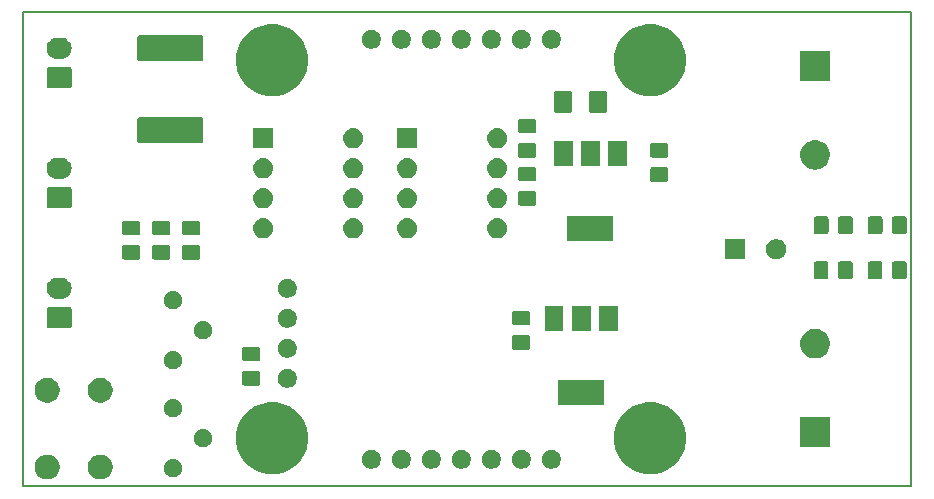
<source format=gts>
%TF.GenerationSoftware,KiCad,Pcbnew,5.0.2+dfsg1-1*%
%TF.CreationDate,2022-03-26T23:48:49+09:00*%
%TF.ProjectId,pwm-esc,70776d2d-6573-4632-9e6b-696361645f70,rev?*%
%TF.SameCoordinates,Original*%
%TF.FileFunction,Soldermask,Top*%
%TF.FilePolarity,Negative*%
%FSLAX46Y46*%
G04 Gerber Fmt 4.6, Leading zero omitted, Abs format (unit mm)*
G04 Created by KiCad (PCBNEW 5.0.2+dfsg1-1) date Sat 26 Mar 2022 11:48:49 PM JST*
%MOMM*%
%LPD*%
G01*
G04 APERTURE LIST*
%ADD10C,0.150000*%
%ADD11C,0.100000*%
G04 APERTURE END LIST*
D10*
X109728000Y-121920000D02*
X109728000Y-81788000D01*
X184912000Y-121920000D02*
X109728000Y-121920000D01*
X184912000Y-81788000D02*
X184912000Y-121920000D01*
X109728000Y-81788000D02*
X184912000Y-81788000D01*
D11*
G36*
X116566565Y-119281389D02*
X116757834Y-119360615D01*
X116929976Y-119475637D01*
X117076363Y-119622024D01*
X117191385Y-119794166D01*
X117270611Y-119985435D01*
X117311000Y-120188484D01*
X117311000Y-120395516D01*
X117270611Y-120598565D01*
X117191385Y-120789834D01*
X117076363Y-120961976D01*
X116929976Y-121108363D01*
X116757834Y-121223385D01*
X116566565Y-121302611D01*
X116363516Y-121343000D01*
X116156484Y-121343000D01*
X115953435Y-121302611D01*
X115762166Y-121223385D01*
X115590024Y-121108363D01*
X115443637Y-120961976D01*
X115328615Y-120789834D01*
X115249389Y-120598565D01*
X115209000Y-120395516D01*
X115209000Y-120188484D01*
X115249389Y-119985435D01*
X115328615Y-119794166D01*
X115443637Y-119622024D01*
X115590024Y-119475637D01*
X115762166Y-119360615D01*
X115953435Y-119281389D01*
X116156484Y-119241000D01*
X116363516Y-119241000D01*
X116566565Y-119281389D01*
X116566565Y-119281389D01*
G37*
G36*
X112066565Y-119281389D02*
X112257834Y-119360615D01*
X112429976Y-119475637D01*
X112576363Y-119622024D01*
X112691385Y-119794166D01*
X112770611Y-119985435D01*
X112811000Y-120188484D01*
X112811000Y-120395516D01*
X112770611Y-120598565D01*
X112691385Y-120789834D01*
X112576363Y-120961976D01*
X112429976Y-121108363D01*
X112257834Y-121223385D01*
X112066565Y-121302611D01*
X111863516Y-121343000D01*
X111656484Y-121343000D01*
X111453435Y-121302611D01*
X111262166Y-121223385D01*
X111090024Y-121108363D01*
X110943637Y-120961976D01*
X110828615Y-120789834D01*
X110749389Y-120598565D01*
X110709000Y-120395516D01*
X110709000Y-120188484D01*
X110749389Y-119985435D01*
X110828615Y-119794166D01*
X110943637Y-119622024D01*
X111090024Y-119475637D01*
X111262166Y-119360615D01*
X111453435Y-119281389D01*
X111656484Y-119241000D01*
X111863516Y-119241000D01*
X112066565Y-119281389D01*
X112066565Y-119281389D01*
G37*
G36*
X122553589Y-119634876D02*
X122652893Y-119654629D01*
X122793206Y-119712748D01*
X122919484Y-119797125D01*
X123026875Y-119904516D01*
X123111252Y-120030794D01*
X123169371Y-120171107D01*
X123199000Y-120320063D01*
X123199000Y-120471937D01*
X123169371Y-120620893D01*
X123111252Y-120761206D01*
X123026875Y-120887484D01*
X122919484Y-120994875D01*
X122793206Y-121079252D01*
X122652893Y-121137371D01*
X122553589Y-121157124D01*
X122503938Y-121167000D01*
X122352062Y-121167000D01*
X122302411Y-121157124D01*
X122203107Y-121137371D01*
X122062794Y-121079252D01*
X121936516Y-120994875D01*
X121829125Y-120887484D01*
X121744748Y-120761206D01*
X121686629Y-120620893D01*
X121657000Y-120471937D01*
X121657000Y-120320063D01*
X121686629Y-120171107D01*
X121744748Y-120030794D01*
X121829125Y-119904516D01*
X121936516Y-119797125D01*
X122062794Y-119712748D01*
X122203107Y-119654629D01*
X122302411Y-119634876D01*
X122352062Y-119625000D01*
X122503938Y-119625000D01*
X122553589Y-119634876D01*
X122553589Y-119634876D01*
G37*
G36*
X131699941Y-114922248D02*
X131699943Y-114922249D01*
X131699944Y-114922249D01*
X132255190Y-115152239D01*
X132613923Y-115391937D01*
X132754902Y-115486136D01*
X133179864Y-115911098D01*
X133179866Y-115911101D01*
X133513761Y-116410810D01*
X133743751Y-116966056D01*
X133743752Y-116966059D01*
X133861000Y-117555501D01*
X133861000Y-118156499D01*
X133772981Y-118599000D01*
X133743751Y-118745944D01*
X133513761Y-119301190D01*
X133238767Y-119712748D01*
X133179864Y-119800902D01*
X132754902Y-120225864D01*
X132754899Y-120225866D01*
X132255190Y-120559761D01*
X131699944Y-120789751D01*
X131699943Y-120789751D01*
X131699941Y-120789752D01*
X131110499Y-120907000D01*
X130509501Y-120907000D01*
X129920059Y-120789752D01*
X129920057Y-120789751D01*
X129920056Y-120789751D01*
X129364810Y-120559761D01*
X128865101Y-120225866D01*
X128865098Y-120225864D01*
X128440136Y-119800902D01*
X128381233Y-119712748D01*
X128106239Y-119301190D01*
X127876249Y-118745944D01*
X127847020Y-118599000D01*
X127759000Y-118156499D01*
X127759000Y-117555501D01*
X127876248Y-116966059D01*
X127876249Y-116966056D01*
X128106239Y-116410810D01*
X128440134Y-115911101D01*
X128440136Y-115911098D01*
X128865098Y-115486136D01*
X129006077Y-115391937D01*
X129364810Y-115152239D01*
X129920056Y-114922249D01*
X129920057Y-114922249D01*
X129920059Y-114922248D01*
X130509501Y-114805000D01*
X131110499Y-114805000D01*
X131699941Y-114922248D01*
X131699941Y-114922248D01*
G37*
G36*
X163699941Y-114922248D02*
X163699943Y-114922249D01*
X163699944Y-114922249D01*
X164255190Y-115152239D01*
X164613923Y-115391937D01*
X164754902Y-115486136D01*
X165179864Y-115911098D01*
X165179866Y-115911101D01*
X165513761Y-116410810D01*
X165743751Y-116966056D01*
X165743752Y-116966059D01*
X165861000Y-117555501D01*
X165861000Y-118156499D01*
X165772981Y-118599000D01*
X165743751Y-118745944D01*
X165513761Y-119301190D01*
X165238767Y-119712748D01*
X165179864Y-119800902D01*
X164754902Y-120225864D01*
X164754899Y-120225866D01*
X164255190Y-120559761D01*
X163699944Y-120789751D01*
X163699943Y-120789751D01*
X163699941Y-120789752D01*
X163110499Y-120907000D01*
X162509501Y-120907000D01*
X161920059Y-120789752D01*
X161920057Y-120789751D01*
X161920056Y-120789751D01*
X161364810Y-120559761D01*
X160865101Y-120225866D01*
X160865098Y-120225864D01*
X160440136Y-119800902D01*
X160381233Y-119712748D01*
X160106239Y-119301190D01*
X159876249Y-118745944D01*
X159847020Y-118599000D01*
X159759000Y-118156499D01*
X159759000Y-117555501D01*
X159876248Y-116966059D01*
X159876249Y-116966056D01*
X160106239Y-116410810D01*
X160440134Y-115911101D01*
X160440136Y-115911098D01*
X160865098Y-115486136D01*
X161006077Y-115391937D01*
X161364810Y-115152239D01*
X161920056Y-114922249D01*
X161920057Y-114922249D01*
X161920059Y-114922248D01*
X162509501Y-114805000D01*
X163110499Y-114805000D01*
X163699941Y-114922248D01*
X163699941Y-114922248D01*
G37*
G36*
X154667142Y-118854242D02*
X154815102Y-118915530D01*
X154948258Y-119004502D01*
X155061498Y-119117742D01*
X155150470Y-119250898D01*
X155211758Y-119398858D01*
X155243000Y-119555925D01*
X155243000Y-119716075D01*
X155211758Y-119873142D01*
X155150470Y-120021102D01*
X155061498Y-120154258D01*
X154948258Y-120267498D01*
X154815102Y-120356470D01*
X154667142Y-120417758D01*
X154510075Y-120449000D01*
X154349925Y-120449000D01*
X154192858Y-120417758D01*
X154044898Y-120356470D01*
X153911742Y-120267498D01*
X153798502Y-120154258D01*
X153709530Y-120021102D01*
X153648242Y-119873142D01*
X153617000Y-119716075D01*
X153617000Y-119555925D01*
X153648242Y-119398858D01*
X153709530Y-119250898D01*
X153798502Y-119117742D01*
X153911742Y-119004502D01*
X154044898Y-118915530D01*
X154192858Y-118854242D01*
X154349925Y-118823000D01*
X154510075Y-118823000D01*
X154667142Y-118854242D01*
X154667142Y-118854242D01*
G37*
G36*
X139427142Y-118854242D02*
X139575102Y-118915530D01*
X139708258Y-119004502D01*
X139821498Y-119117742D01*
X139910470Y-119250898D01*
X139971758Y-119398858D01*
X140003000Y-119555925D01*
X140003000Y-119716075D01*
X139971758Y-119873142D01*
X139910470Y-120021102D01*
X139821498Y-120154258D01*
X139708258Y-120267498D01*
X139575102Y-120356470D01*
X139427142Y-120417758D01*
X139270075Y-120449000D01*
X139109925Y-120449000D01*
X138952858Y-120417758D01*
X138804898Y-120356470D01*
X138671742Y-120267498D01*
X138558502Y-120154258D01*
X138469530Y-120021102D01*
X138408242Y-119873142D01*
X138377000Y-119716075D01*
X138377000Y-119555925D01*
X138408242Y-119398858D01*
X138469530Y-119250898D01*
X138558502Y-119117742D01*
X138671742Y-119004502D01*
X138804898Y-118915530D01*
X138952858Y-118854242D01*
X139109925Y-118823000D01*
X139270075Y-118823000D01*
X139427142Y-118854242D01*
X139427142Y-118854242D01*
G37*
G36*
X141967142Y-118854242D02*
X142115102Y-118915530D01*
X142248258Y-119004502D01*
X142361498Y-119117742D01*
X142450470Y-119250898D01*
X142511758Y-119398858D01*
X142543000Y-119555925D01*
X142543000Y-119716075D01*
X142511758Y-119873142D01*
X142450470Y-120021102D01*
X142361498Y-120154258D01*
X142248258Y-120267498D01*
X142115102Y-120356470D01*
X141967142Y-120417758D01*
X141810075Y-120449000D01*
X141649925Y-120449000D01*
X141492858Y-120417758D01*
X141344898Y-120356470D01*
X141211742Y-120267498D01*
X141098502Y-120154258D01*
X141009530Y-120021102D01*
X140948242Y-119873142D01*
X140917000Y-119716075D01*
X140917000Y-119555925D01*
X140948242Y-119398858D01*
X141009530Y-119250898D01*
X141098502Y-119117742D01*
X141211742Y-119004502D01*
X141344898Y-118915530D01*
X141492858Y-118854242D01*
X141649925Y-118823000D01*
X141810075Y-118823000D01*
X141967142Y-118854242D01*
X141967142Y-118854242D01*
G37*
G36*
X144507142Y-118854242D02*
X144655102Y-118915530D01*
X144788258Y-119004502D01*
X144901498Y-119117742D01*
X144990470Y-119250898D01*
X145051758Y-119398858D01*
X145083000Y-119555925D01*
X145083000Y-119716075D01*
X145051758Y-119873142D01*
X144990470Y-120021102D01*
X144901498Y-120154258D01*
X144788258Y-120267498D01*
X144655102Y-120356470D01*
X144507142Y-120417758D01*
X144350075Y-120449000D01*
X144189925Y-120449000D01*
X144032858Y-120417758D01*
X143884898Y-120356470D01*
X143751742Y-120267498D01*
X143638502Y-120154258D01*
X143549530Y-120021102D01*
X143488242Y-119873142D01*
X143457000Y-119716075D01*
X143457000Y-119555925D01*
X143488242Y-119398858D01*
X143549530Y-119250898D01*
X143638502Y-119117742D01*
X143751742Y-119004502D01*
X143884898Y-118915530D01*
X144032858Y-118854242D01*
X144189925Y-118823000D01*
X144350075Y-118823000D01*
X144507142Y-118854242D01*
X144507142Y-118854242D01*
G37*
G36*
X147047142Y-118854242D02*
X147195102Y-118915530D01*
X147328258Y-119004502D01*
X147441498Y-119117742D01*
X147530470Y-119250898D01*
X147591758Y-119398858D01*
X147623000Y-119555925D01*
X147623000Y-119716075D01*
X147591758Y-119873142D01*
X147530470Y-120021102D01*
X147441498Y-120154258D01*
X147328258Y-120267498D01*
X147195102Y-120356470D01*
X147047142Y-120417758D01*
X146890075Y-120449000D01*
X146729925Y-120449000D01*
X146572858Y-120417758D01*
X146424898Y-120356470D01*
X146291742Y-120267498D01*
X146178502Y-120154258D01*
X146089530Y-120021102D01*
X146028242Y-119873142D01*
X145997000Y-119716075D01*
X145997000Y-119555925D01*
X146028242Y-119398858D01*
X146089530Y-119250898D01*
X146178502Y-119117742D01*
X146291742Y-119004502D01*
X146424898Y-118915530D01*
X146572858Y-118854242D01*
X146729925Y-118823000D01*
X146890075Y-118823000D01*
X147047142Y-118854242D01*
X147047142Y-118854242D01*
G37*
G36*
X149587142Y-118854242D02*
X149735102Y-118915530D01*
X149868258Y-119004502D01*
X149981498Y-119117742D01*
X150070470Y-119250898D01*
X150131758Y-119398858D01*
X150163000Y-119555925D01*
X150163000Y-119716075D01*
X150131758Y-119873142D01*
X150070470Y-120021102D01*
X149981498Y-120154258D01*
X149868258Y-120267498D01*
X149735102Y-120356470D01*
X149587142Y-120417758D01*
X149430075Y-120449000D01*
X149269925Y-120449000D01*
X149112858Y-120417758D01*
X148964898Y-120356470D01*
X148831742Y-120267498D01*
X148718502Y-120154258D01*
X148629530Y-120021102D01*
X148568242Y-119873142D01*
X148537000Y-119716075D01*
X148537000Y-119555925D01*
X148568242Y-119398858D01*
X148629530Y-119250898D01*
X148718502Y-119117742D01*
X148831742Y-119004502D01*
X148964898Y-118915530D01*
X149112858Y-118854242D01*
X149269925Y-118823000D01*
X149430075Y-118823000D01*
X149587142Y-118854242D01*
X149587142Y-118854242D01*
G37*
G36*
X152127142Y-118854242D02*
X152275102Y-118915530D01*
X152408258Y-119004502D01*
X152521498Y-119117742D01*
X152610470Y-119250898D01*
X152671758Y-119398858D01*
X152703000Y-119555925D01*
X152703000Y-119716075D01*
X152671758Y-119873142D01*
X152610470Y-120021102D01*
X152521498Y-120154258D01*
X152408258Y-120267498D01*
X152275102Y-120356470D01*
X152127142Y-120417758D01*
X151970075Y-120449000D01*
X151809925Y-120449000D01*
X151652858Y-120417758D01*
X151504898Y-120356470D01*
X151371742Y-120267498D01*
X151258502Y-120154258D01*
X151169530Y-120021102D01*
X151108242Y-119873142D01*
X151077000Y-119716075D01*
X151077000Y-119555925D01*
X151108242Y-119398858D01*
X151169530Y-119250898D01*
X151258502Y-119117742D01*
X151371742Y-119004502D01*
X151504898Y-118915530D01*
X151652858Y-118854242D01*
X151809925Y-118823000D01*
X151970075Y-118823000D01*
X152127142Y-118854242D01*
X152127142Y-118854242D01*
G37*
G36*
X125093589Y-117094876D02*
X125192893Y-117114629D01*
X125333206Y-117172748D01*
X125459484Y-117257125D01*
X125566875Y-117364516D01*
X125651252Y-117490794D01*
X125709371Y-117631107D01*
X125739000Y-117780063D01*
X125739000Y-117931937D01*
X125709371Y-118080893D01*
X125651252Y-118221206D01*
X125566875Y-118347484D01*
X125459484Y-118454875D01*
X125333206Y-118539252D01*
X125192893Y-118597371D01*
X125093589Y-118617124D01*
X125043938Y-118627000D01*
X124892062Y-118627000D01*
X124842411Y-118617124D01*
X124743107Y-118597371D01*
X124602794Y-118539252D01*
X124476516Y-118454875D01*
X124369125Y-118347484D01*
X124284748Y-118221206D01*
X124226629Y-118080893D01*
X124197000Y-117931937D01*
X124197000Y-117780063D01*
X124226629Y-117631107D01*
X124284748Y-117490794D01*
X124369125Y-117364516D01*
X124476516Y-117257125D01*
X124602794Y-117172748D01*
X124743107Y-117114629D01*
X124842411Y-117094876D01*
X124892062Y-117085000D01*
X125043938Y-117085000D01*
X125093589Y-117094876D01*
X125093589Y-117094876D01*
G37*
G36*
X178035000Y-118599000D02*
X175533000Y-118599000D01*
X175533000Y-116097000D01*
X178035000Y-116097000D01*
X178035000Y-118599000D01*
X178035000Y-118599000D01*
G37*
G36*
X122553589Y-114554876D02*
X122652893Y-114574629D01*
X122793206Y-114632748D01*
X122919484Y-114717125D01*
X123026875Y-114824516D01*
X123111252Y-114950794D01*
X123169371Y-115091107D01*
X123199000Y-115240063D01*
X123199000Y-115391937D01*
X123169371Y-115540893D01*
X123111252Y-115681206D01*
X123026875Y-115807484D01*
X122919484Y-115914875D01*
X122793206Y-115999252D01*
X122652893Y-116057371D01*
X122553589Y-116077124D01*
X122503938Y-116087000D01*
X122352062Y-116087000D01*
X122302411Y-116077124D01*
X122203107Y-116057371D01*
X122062794Y-115999252D01*
X121936516Y-115914875D01*
X121829125Y-115807484D01*
X121744748Y-115681206D01*
X121686629Y-115540893D01*
X121657000Y-115391937D01*
X121657000Y-115240063D01*
X121686629Y-115091107D01*
X121744748Y-114950794D01*
X121829125Y-114824516D01*
X121936516Y-114717125D01*
X122062794Y-114632748D01*
X122203107Y-114574629D01*
X122302411Y-114554876D01*
X122352062Y-114545000D01*
X122503938Y-114545000D01*
X122553589Y-114554876D01*
X122553589Y-114554876D01*
G37*
G36*
X158923000Y-115047000D02*
X155021000Y-115047000D01*
X155021000Y-112945000D01*
X158923000Y-112945000D01*
X158923000Y-115047000D01*
X158923000Y-115047000D01*
G37*
G36*
X116566565Y-112781389D02*
X116757834Y-112860615D01*
X116929976Y-112975637D01*
X117076363Y-113122024D01*
X117191385Y-113294166D01*
X117270611Y-113485435D01*
X117311000Y-113688484D01*
X117311000Y-113895516D01*
X117270611Y-114098565D01*
X117191385Y-114289834D01*
X117076363Y-114461976D01*
X116929976Y-114608363D01*
X116757834Y-114723385D01*
X116566565Y-114802611D01*
X116363516Y-114843000D01*
X116156484Y-114843000D01*
X115953435Y-114802611D01*
X115762166Y-114723385D01*
X115590024Y-114608363D01*
X115443637Y-114461976D01*
X115328615Y-114289834D01*
X115249389Y-114098565D01*
X115209000Y-113895516D01*
X115209000Y-113688484D01*
X115249389Y-113485435D01*
X115328615Y-113294166D01*
X115443637Y-113122024D01*
X115590024Y-112975637D01*
X115762166Y-112860615D01*
X115953435Y-112781389D01*
X116156484Y-112741000D01*
X116363516Y-112741000D01*
X116566565Y-112781389D01*
X116566565Y-112781389D01*
G37*
G36*
X112066565Y-112781389D02*
X112257834Y-112860615D01*
X112429976Y-112975637D01*
X112576363Y-113122024D01*
X112691385Y-113294166D01*
X112770611Y-113485435D01*
X112811000Y-113688484D01*
X112811000Y-113895516D01*
X112770611Y-114098565D01*
X112691385Y-114289834D01*
X112576363Y-114461976D01*
X112429976Y-114608363D01*
X112257834Y-114723385D01*
X112066565Y-114802611D01*
X111863516Y-114843000D01*
X111656484Y-114843000D01*
X111453435Y-114802611D01*
X111262166Y-114723385D01*
X111090024Y-114608363D01*
X110943637Y-114461976D01*
X110828615Y-114289834D01*
X110749389Y-114098565D01*
X110709000Y-113895516D01*
X110709000Y-113688484D01*
X110749389Y-113485435D01*
X110828615Y-113294166D01*
X110943637Y-113122024D01*
X111090024Y-112975637D01*
X111262166Y-112860615D01*
X111453435Y-112781389D01*
X111656484Y-112741000D01*
X111863516Y-112741000D01*
X112066565Y-112781389D01*
X112066565Y-112781389D01*
G37*
G36*
X132317142Y-111994242D02*
X132465102Y-112055530D01*
X132532130Y-112100317D01*
X132598257Y-112144501D01*
X132711499Y-112257743D01*
X132722786Y-112274636D01*
X132800470Y-112390898D01*
X132861758Y-112538858D01*
X132893000Y-112695925D01*
X132893000Y-112856075D01*
X132861758Y-113013142D01*
X132816657Y-113122024D01*
X132800471Y-113161100D01*
X132711560Y-113294166D01*
X132711498Y-113294258D01*
X132598258Y-113407498D01*
X132465102Y-113496470D01*
X132317142Y-113557758D01*
X132160075Y-113589000D01*
X131999925Y-113589000D01*
X131842858Y-113557758D01*
X131694898Y-113496470D01*
X131561742Y-113407498D01*
X131448502Y-113294258D01*
X131448441Y-113294166D01*
X131359529Y-113161100D01*
X131343343Y-113122024D01*
X131298242Y-113013142D01*
X131267000Y-112856075D01*
X131267000Y-112695925D01*
X131298242Y-112538858D01*
X131359530Y-112390898D01*
X131437214Y-112274636D01*
X131448501Y-112257743D01*
X131561743Y-112144501D01*
X131627870Y-112100317D01*
X131694898Y-112055530D01*
X131842858Y-111994242D01*
X131999925Y-111963000D01*
X132160075Y-111963000D01*
X132317142Y-111994242D01*
X132317142Y-111994242D01*
G37*
G36*
X129620677Y-112154465D02*
X129658364Y-112165898D01*
X129693103Y-112184466D01*
X129723548Y-112209452D01*
X129748534Y-112239897D01*
X129767102Y-112274636D01*
X129778535Y-112312323D01*
X129783000Y-112357661D01*
X129783000Y-113194339D01*
X129778535Y-113239677D01*
X129767102Y-113277364D01*
X129748534Y-113312103D01*
X129723548Y-113342548D01*
X129693103Y-113367534D01*
X129658364Y-113386102D01*
X129620677Y-113397535D01*
X129575339Y-113402000D01*
X128488661Y-113402000D01*
X128443323Y-113397535D01*
X128405636Y-113386102D01*
X128370897Y-113367534D01*
X128340452Y-113342548D01*
X128315466Y-113312103D01*
X128296898Y-113277364D01*
X128285465Y-113239677D01*
X128281000Y-113194339D01*
X128281000Y-112357661D01*
X128285465Y-112312323D01*
X128296898Y-112274636D01*
X128315466Y-112239897D01*
X128340452Y-112209452D01*
X128370897Y-112184466D01*
X128405636Y-112165898D01*
X128443323Y-112154465D01*
X128488661Y-112150000D01*
X129575339Y-112150000D01*
X129620677Y-112154465D01*
X129620677Y-112154465D01*
G37*
G36*
X122553589Y-110490876D02*
X122652893Y-110510629D01*
X122793206Y-110568748D01*
X122919484Y-110653125D01*
X123026875Y-110760516D01*
X123111252Y-110886794D01*
X123169371Y-111027107D01*
X123199000Y-111176063D01*
X123199000Y-111327937D01*
X123169371Y-111476893D01*
X123111252Y-111617206D01*
X123026875Y-111743484D01*
X122919484Y-111850875D01*
X122793206Y-111935252D01*
X122652893Y-111993371D01*
X122553589Y-112013124D01*
X122503938Y-112023000D01*
X122352062Y-112023000D01*
X122302411Y-112013124D01*
X122203107Y-111993371D01*
X122062794Y-111935252D01*
X121936516Y-111850875D01*
X121829125Y-111743484D01*
X121744748Y-111617206D01*
X121686629Y-111476893D01*
X121657000Y-111327937D01*
X121657000Y-111176063D01*
X121686629Y-111027107D01*
X121744748Y-110886794D01*
X121829125Y-110760516D01*
X121936516Y-110653125D01*
X122062794Y-110568748D01*
X122203107Y-110510629D01*
X122302411Y-110490876D01*
X122352062Y-110481000D01*
X122503938Y-110481000D01*
X122553589Y-110490876D01*
X122553589Y-110490876D01*
G37*
G36*
X129620677Y-110104465D02*
X129658364Y-110115898D01*
X129693103Y-110134466D01*
X129723548Y-110159452D01*
X129748534Y-110189897D01*
X129767102Y-110224636D01*
X129778535Y-110262323D01*
X129783000Y-110307661D01*
X129783000Y-111144339D01*
X129778535Y-111189677D01*
X129767102Y-111227364D01*
X129748534Y-111262103D01*
X129723548Y-111292548D01*
X129693103Y-111317534D01*
X129658364Y-111336102D01*
X129620677Y-111347535D01*
X129575339Y-111352000D01*
X128488661Y-111352000D01*
X128443323Y-111347535D01*
X128405636Y-111336102D01*
X128370897Y-111317534D01*
X128340452Y-111292548D01*
X128315466Y-111262103D01*
X128296898Y-111227364D01*
X128285465Y-111189677D01*
X128281000Y-111144339D01*
X128281000Y-110307661D01*
X128285465Y-110262323D01*
X128296898Y-110224636D01*
X128315466Y-110189897D01*
X128340452Y-110159452D01*
X128370897Y-110134466D01*
X128405636Y-110115898D01*
X128443323Y-110104465D01*
X128488661Y-110100000D01*
X129575339Y-110100000D01*
X129620677Y-110104465D01*
X129620677Y-110104465D01*
G37*
G36*
X176967636Y-108609019D02*
X177148903Y-108645075D01*
X177376571Y-108739378D01*
X177580542Y-108875668D01*
X177581469Y-108876287D01*
X177755713Y-109050531D01*
X177755715Y-109050534D01*
X177892622Y-109255429D01*
X177986925Y-109483097D01*
X178035000Y-109724787D01*
X178035000Y-109971213D01*
X177986925Y-110212903D01*
X177892622Y-110440571D01*
X177756332Y-110644542D01*
X177755713Y-110645469D01*
X177581469Y-110819713D01*
X177581466Y-110819715D01*
X177376571Y-110956622D01*
X177148903Y-111050925D01*
X177003602Y-111079827D01*
X176907214Y-111099000D01*
X176660786Y-111099000D01*
X176564398Y-111079827D01*
X176419097Y-111050925D01*
X176191429Y-110956622D01*
X175986534Y-110819715D01*
X175986531Y-110819713D01*
X175812287Y-110645469D01*
X175811668Y-110644542D01*
X175675378Y-110440571D01*
X175581075Y-110212903D01*
X175533000Y-109971213D01*
X175533000Y-109724787D01*
X175581075Y-109483097D01*
X175675378Y-109255429D01*
X175812285Y-109050534D01*
X175812287Y-109050531D01*
X175986531Y-108876287D01*
X175987458Y-108875668D01*
X176191429Y-108739378D01*
X176419097Y-108645075D01*
X176600364Y-108609019D01*
X176660786Y-108597000D01*
X176907214Y-108597000D01*
X176967636Y-108609019D01*
X176967636Y-108609019D01*
G37*
G36*
X132317142Y-109454242D02*
X132465102Y-109515530D01*
X132532130Y-109560317D01*
X132598257Y-109604501D01*
X132711499Y-109717743D01*
X132755683Y-109783870D01*
X132800470Y-109850898D01*
X132861758Y-109998858D01*
X132893000Y-110155925D01*
X132893000Y-110316075D01*
X132861758Y-110473142D01*
X132858503Y-110481000D01*
X132800471Y-110621100D01*
X132711499Y-110754257D01*
X132598257Y-110867499D01*
X132532130Y-110911683D01*
X132465102Y-110956470D01*
X132465101Y-110956471D01*
X132465100Y-110956471D01*
X132464735Y-110956622D01*
X132317142Y-111017758D01*
X132160075Y-111049000D01*
X131999925Y-111049000D01*
X131842858Y-111017758D01*
X131695265Y-110956622D01*
X131694900Y-110956471D01*
X131694899Y-110956471D01*
X131694898Y-110956470D01*
X131627870Y-110911683D01*
X131561743Y-110867499D01*
X131448501Y-110754257D01*
X131359529Y-110621100D01*
X131301497Y-110481000D01*
X131298242Y-110473142D01*
X131267000Y-110316075D01*
X131267000Y-110155925D01*
X131298242Y-109998858D01*
X131359530Y-109850898D01*
X131404317Y-109783870D01*
X131448501Y-109717743D01*
X131561743Y-109604501D01*
X131627870Y-109560317D01*
X131694898Y-109515530D01*
X131842858Y-109454242D01*
X131999925Y-109423000D01*
X132160075Y-109423000D01*
X132317142Y-109454242D01*
X132317142Y-109454242D01*
G37*
G36*
X152480677Y-109115465D02*
X152518364Y-109126898D01*
X152553103Y-109145466D01*
X152583548Y-109170452D01*
X152608534Y-109200897D01*
X152627102Y-109235636D01*
X152638535Y-109273323D01*
X152643000Y-109318661D01*
X152643000Y-110155339D01*
X152638535Y-110200677D01*
X152627102Y-110238364D01*
X152608534Y-110273103D01*
X152583548Y-110303548D01*
X152553103Y-110328534D01*
X152518364Y-110347102D01*
X152480677Y-110358535D01*
X152435339Y-110363000D01*
X151348661Y-110363000D01*
X151303323Y-110358535D01*
X151265636Y-110347102D01*
X151230897Y-110328534D01*
X151200452Y-110303548D01*
X151175466Y-110273103D01*
X151156898Y-110238364D01*
X151145465Y-110200677D01*
X151141000Y-110155339D01*
X151141000Y-109318661D01*
X151145465Y-109273323D01*
X151156898Y-109235636D01*
X151175466Y-109200897D01*
X151200452Y-109170452D01*
X151230897Y-109145466D01*
X151265636Y-109126898D01*
X151303323Y-109115465D01*
X151348661Y-109111000D01*
X152435339Y-109111000D01*
X152480677Y-109115465D01*
X152480677Y-109115465D01*
G37*
G36*
X125093589Y-107950876D02*
X125192893Y-107970629D01*
X125333206Y-108028748D01*
X125459484Y-108113125D01*
X125566875Y-108220516D01*
X125651252Y-108346794D01*
X125709371Y-108487107D01*
X125739000Y-108636063D01*
X125739000Y-108787937D01*
X125709371Y-108936893D01*
X125651252Y-109077206D01*
X125566875Y-109203484D01*
X125459484Y-109310875D01*
X125333206Y-109395252D01*
X125192893Y-109453371D01*
X125093589Y-109473124D01*
X125043938Y-109483000D01*
X124892062Y-109483000D01*
X124842411Y-109473124D01*
X124743107Y-109453371D01*
X124602794Y-109395252D01*
X124476516Y-109310875D01*
X124369125Y-109203484D01*
X124284748Y-109077206D01*
X124226629Y-108936893D01*
X124197000Y-108787937D01*
X124197000Y-108636063D01*
X124226629Y-108487107D01*
X124284748Y-108346794D01*
X124369125Y-108220516D01*
X124476516Y-108113125D01*
X124602794Y-108028748D01*
X124743107Y-107970629D01*
X124842411Y-107950876D01*
X124892062Y-107941000D01*
X125043938Y-107941000D01*
X125093589Y-107950876D01*
X125093589Y-107950876D01*
G37*
G36*
X160073000Y-108747000D02*
X158471000Y-108747000D01*
X158471000Y-106645000D01*
X160073000Y-106645000D01*
X160073000Y-108747000D01*
X160073000Y-108747000D01*
G37*
G36*
X157773000Y-108747000D02*
X156171000Y-108747000D01*
X156171000Y-106645000D01*
X157773000Y-106645000D01*
X157773000Y-108747000D01*
X157773000Y-108747000D01*
G37*
G36*
X155473000Y-108747000D02*
X153871000Y-108747000D01*
X153871000Y-106645000D01*
X155473000Y-106645000D01*
X155473000Y-108747000D01*
X155473000Y-108747000D01*
G37*
G36*
X113684600Y-106758989D02*
X113717649Y-106769014D01*
X113748106Y-106785294D01*
X113774799Y-106807201D01*
X113796706Y-106833894D01*
X113812986Y-106864351D01*
X113823011Y-106897400D01*
X113827000Y-106937904D01*
X113827000Y-108374096D01*
X113823011Y-108414600D01*
X113812986Y-108447649D01*
X113796706Y-108478106D01*
X113774799Y-108504799D01*
X113748106Y-108526706D01*
X113717649Y-108542986D01*
X113684600Y-108553011D01*
X113644096Y-108557000D01*
X111907904Y-108557000D01*
X111867400Y-108553011D01*
X111834351Y-108542986D01*
X111803894Y-108526706D01*
X111777201Y-108504799D01*
X111755294Y-108478106D01*
X111739014Y-108447649D01*
X111728989Y-108414600D01*
X111725000Y-108374096D01*
X111725000Y-106937904D01*
X111728989Y-106897400D01*
X111739014Y-106864351D01*
X111755294Y-106833894D01*
X111777201Y-106807201D01*
X111803894Y-106785294D01*
X111834351Y-106769014D01*
X111867400Y-106758989D01*
X111907904Y-106755000D01*
X113644096Y-106755000D01*
X113684600Y-106758989D01*
X113684600Y-106758989D01*
G37*
G36*
X132317142Y-106914242D02*
X132465102Y-106975530D01*
X132598258Y-107064502D01*
X132711498Y-107177742D01*
X132800470Y-107310898D01*
X132861758Y-107458858D01*
X132893000Y-107615925D01*
X132893000Y-107776075D01*
X132861758Y-107933142D01*
X132858503Y-107941000D01*
X132800471Y-108081100D01*
X132711499Y-108214257D01*
X132598257Y-108327499D01*
X132532130Y-108371683D01*
X132465102Y-108416470D01*
X132317142Y-108477758D01*
X132160075Y-108509000D01*
X131999925Y-108509000D01*
X131842858Y-108477758D01*
X131694898Y-108416470D01*
X131627870Y-108371683D01*
X131561743Y-108327499D01*
X131448501Y-108214257D01*
X131359529Y-108081100D01*
X131301497Y-107941000D01*
X131298242Y-107933142D01*
X131267000Y-107776075D01*
X131267000Y-107615925D01*
X131298242Y-107458858D01*
X131359530Y-107310898D01*
X131448502Y-107177742D01*
X131561742Y-107064502D01*
X131694898Y-106975530D01*
X131842858Y-106914242D01*
X131999925Y-106883000D01*
X132160075Y-106883000D01*
X132317142Y-106914242D01*
X132317142Y-106914242D01*
G37*
G36*
X152480677Y-107065465D02*
X152518364Y-107076898D01*
X152553103Y-107095466D01*
X152583548Y-107120452D01*
X152608534Y-107150897D01*
X152627102Y-107185636D01*
X152638535Y-107223323D01*
X152643000Y-107268661D01*
X152643000Y-108105339D01*
X152638535Y-108150677D01*
X152627102Y-108188364D01*
X152608534Y-108223103D01*
X152583548Y-108253548D01*
X152553103Y-108278534D01*
X152518364Y-108297102D01*
X152480677Y-108308535D01*
X152435339Y-108313000D01*
X151348661Y-108313000D01*
X151303323Y-108308535D01*
X151265636Y-108297102D01*
X151230897Y-108278534D01*
X151200452Y-108253548D01*
X151175466Y-108223103D01*
X151156898Y-108188364D01*
X151145465Y-108150677D01*
X151141000Y-108105339D01*
X151141000Y-107268661D01*
X151145465Y-107223323D01*
X151156898Y-107185636D01*
X151175466Y-107150897D01*
X151200452Y-107120452D01*
X151230897Y-107095466D01*
X151265636Y-107076898D01*
X151303323Y-107065465D01*
X151348661Y-107061000D01*
X152435339Y-107061000D01*
X152480677Y-107065465D01*
X152480677Y-107065465D01*
G37*
G36*
X122553589Y-105410876D02*
X122652893Y-105430629D01*
X122793206Y-105488748D01*
X122919484Y-105573125D01*
X123026875Y-105680516D01*
X123111252Y-105806794D01*
X123169371Y-105947107D01*
X123199000Y-106096063D01*
X123199000Y-106247937D01*
X123169371Y-106396893D01*
X123111252Y-106537206D01*
X123026875Y-106663484D01*
X122919484Y-106770875D01*
X122793206Y-106855252D01*
X122652893Y-106913371D01*
X122553589Y-106933124D01*
X122503938Y-106943000D01*
X122352062Y-106943000D01*
X122302411Y-106933124D01*
X122203107Y-106913371D01*
X122062794Y-106855252D01*
X121936516Y-106770875D01*
X121829125Y-106663484D01*
X121744748Y-106537206D01*
X121686629Y-106396893D01*
X121657000Y-106247937D01*
X121657000Y-106096063D01*
X121686629Y-105947107D01*
X121744748Y-105806794D01*
X121829125Y-105680516D01*
X121936516Y-105573125D01*
X122062794Y-105488748D01*
X122203107Y-105430629D01*
X122302411Y-105410876D01*
X122352062Y-105401000D01*
X122503938Y-105401000D01*
X122553589Y-105410876D01*
X122553589Y-105410876D01*
G37*
G36*
X113036442Y-104261518D02*
X113102627Y-104268037D01*
X113215853Y-104302384D01*
X113272467Y-104319557D01*
X113361416Y-104367102D01*
X113428991Y-104403222D01*
X113464729Y-104432552D01*
X113566186Y-104515814D01*
X113649448Y-104617271D01*
X113678778Y-104653009D01*
X113678779Y-104653011D01*
X113762443Y-104809533D01*
X113762443Y-104809534D01*
X113813963Y-104979373D01*
X113831359Y-105156000D01*
X113813963Y-105332627D01*
X113793222Y-105401000D01*
X113762443Y-105502467D01*
X113724675Y-105573125D01*
X113678778Y-105658991D01*
X113661113Y-105680516D01*
X113566186Y-105796186D01*
X113468358Y-105876470D01*
X113428991Y-105908778D01*
X113428989Y-105908779D01*
X113272467Y-105992443D01*
X113215853Y-106009616D01*
X113102627Y-106043963D01*
X113036442Y-106050482D01*
X112970260Y-106057000D01*
X112581740Y-106057000D01*
X112515558Y-106050482D01*
X112449373Y-106043963D01*
X112336147Y-106009616D01*
X112279533Y-105992443D01*
X112123011Y-105908779D01*
X112123009Y-105908778D01*
X112083642Y-105876470D01*
X111985814Y-105796186D01*
X111890887Y-105680516D01*
X111873222Y-105658991D01*
X111827325Y-105573125D01*
X111789557Y-105502467D01*
X111758778Y-105401000D01*
X111738037Y-105332627D01*
X111720641Y-105156000D01*
X111738037Y-104979373D01*
X111789557Y-104809534D01*
X111789557Y-104809533D01*
X111873221Y-104653011D01*
X111873222Y-104653009D01*
X111902552Y-104617271D01*
X111985814Y-104515814D01*
X112087271Y-104432552D01*
X112123009Y-104403222D01*
X112190584Y-104367102D01*
X112279533Y-104319557D01*
X112336147Y-104302384D01*
X112449373Y-104268037D01*
X112515558Y-104261518D01*
X112581740Y-104255000D01*
X112970260Y-104255000D01*
X113036442Y-104261518D01*
X113036442Y-104261518D01*
G37*
G36*
X132317142Y-104374242D02*
X132465102Y-104435530D01*
X132532130Y-104480317D01*
X132598257Y-104524501D01*
X132711499Y-104637743D01*
X132755683Y-104703870D01*
X132800470Y-104770898D01*
X132861758Y-104918858D01*
X132893000Y-105075925D01*
X132893000Y-105236075D01*
X132861758Y-105393142D01*
X132858503Y-105401000D01*
X132800471Y-105541100D01*
X132711499Y-105674257D01*
X132598257Y-105787499D01*
X132532130Y-105831683D01*
X132465102Y-105876470D01*
X132317142Y-105937758D01*
X132160075Y-105969000D01*
X131999925Y-105969000D01*
X131842858Y-105937758D01*
X131694898Y-105876470D01*
X131627870Y-105831683D01*
X131561743Y-105787499D01*
X131448501Y-105674257D01*
X131359529Y-105541100D01*
X131301497Y-105401000D01*
X131298242Y-105393142D01*
X131267000Y-105236075D01*
X131267000Y-105075925D01*
X131298242Y-104918858D01*
X131359530Y-104770898D01*
X131404317Y-104703870D01*
X131448501Y-104637743D01*
X131561743Y-104524501D01*
X131627870Y-104480317D01*
X131694898Y-104435530D01*
X131842858Y-104374242D01*
X131999925Y-104343000D01*
X132160075Y-104343000D01*
X132317142Y-104374242D01*
X132317142Y-104374242D01*
G37*
G36*
X177746677Y-102885465D02*
X177784364Y-102896898D01*
X177819103Y-102915466D01*
X177849548Y-102940452D01*
X177874534Y-102970897D01*
X177893102Y-103005636D01*
X177904535Y-103043323D01*
X177909000Y-103088661D01*
X177909000Y-104175339D01*
X177904535Y-104220677D01*
X177893102Y-104258364D01*
X177874534Y-104293103D01*
X177849548Y-104323548D01*
X177819103Y-104348534D01*
X177784364Y-104367102D01*
X177746677Y-104378535D01*
X177701339Y-104383000D01*
X176864661Y-104383000D01*
X176819323Y-104378535D01*
X176781636Y-104367102D01*
X176746897Y-104348534D01*
X176716452Y-104323548D01*
X176691466Y-104293103D01*
X176672898Y-104258364D01*
X176661465Y-104220677D01*
X176657000Y-104175339D01*
X176657000Y-103088661D01*
X176661465Y-103043323D01*
X176672898Y-103005636D01*
X176691466Y-102970897D01*
X176716452Y-102940452D01*
X176746897Y-102915466D01*
X176781636Y-102896898D01*
X176819323Y-102885465D01*
X176864661Y-102881000D01*
X177701339Y-102881000D01*
X177746677Y-102885465D01*
X177746677Y-102885465D01*
G37*
G36*
X184368677Y-102885465D02*
X184406364Y-102896898D01*
X184441103Y-102915466D01*
X184471548Y-102940452D01*
X184496534Y-102970897D01*
X184515102Y-103005636D01*
X184526535Y-103043323D01*
X184531000Y-103088661D01*
X184531000Y-104175339D01*
X184526535Y-104220677D01*
X184515102Y-104258364D01*
X184496534Y-104293103D01*
X184471548Y-104323548D01*
X184441103Y-104348534D01*
X184406364Y-104367102D01*
X184368677Y-104378535D01*
X184323339Y-104383000D01*
X183486661Y-104383000D01*
X183441323Y-104378535D01*
X183403636Y-104367102D01*
X183368897Y-104348534D01*
X183338452Y-104323548D01*
X183313466Y-104293103D01*
X183294898Y-104258364D01*
X183283465Y-104220677D01*
X183279000Y-104175339D01*
X183279000Y-103088661D01*
X183283465Y-103043323D01*
X183294898Y-103005636D01*
X183313466Y-102970897D01*
X183338452Y-102940452D01*
X183368897Y-102915466D01*
X183403636Y-102896898D01*
X183441323Y-102885465D01*
X183486661Y-102881000D01*
X184323339Y-102881000D01*
X184368677Y-102885465D01*
X184368677Y-102885465D01*
G37*
G36*
X179796677Y-102885465D02*
X179834364Y-102896898D01*
X179869103Y-102915466D01*
X179899548Y-102940452D01*
X179924534Y-102970897D01*
X179943102Y-103005636D01*
X179954535Y-103043323D01*
X179959000Y-103088661D01*
X179959000Y-104175339D01*
X179954535Y-104220677D01*
X179943102Y-104258364D01*
X179924534Y-104293103D01*
X179899548Y-104323548D01*
X179869103Y-104348534D01*
X179834364Y-104367102D01*
X179796677Y-104378535D01*
X179751339Y-104383000D01*
X178914661Y-104383000D01*
X178869323Y-104378535D01*
X178831636Y-104367102D01*
X178796897Y-104348534D01*
X178766452Y-104323548D01*
X178741466Y-104293103D01*
X178722898Y-104258364D01*
X178711465Y-104220677D01*
X178707000Y-104175339D01*
X178707000Y-103088661D01*
X178711465Y-103043323D01*
X178722898Y-103005636D01*
X178741466Y-102970897D01*
X178766452Y-102940452D01*
X178796897Y-102915466D01*
X178831636Y-102896898D01*
X178869323Y-102885465D01*
X178914661Y-102881000D01*
X179751339Y-102881000D01*
X179796677Y-102885465D01*
X179796677Y-102885465D01*
G37*
G36*
X182318677Y-102885465D02*
X182356364Y-102896898D01*
X182391103Y-102915466D01*
X182421548Y-102940452D01*
X182446534Y-102970897D01*
X182465102Y-103005636D01*
X182476535Y-103043323D01*
X182481000Y-103088661D01*
X182481000Y-104175339D01*
X182476535Y-104220677D01*
X182465102Y-104258364D01*
X182446534Y-104293103D01*
X182421548Y-104323548D01*
X182391103Y-104348534D01*
X182356364Y-104367102D01*
X182318677Y-104378535D01*
X182273339Y-104383000D01*
X181436661Y-104383000D01*
X181391323Y-104378535D01*
X181353636Y-104367102D01*
X181318897Y-104348534D01*
X181288452Y-104323548D01*
X181263466Y-104293103D01*
X181244898Y-104258364D01*
X181233465Y-104220677D01*
X181229000Y-104175339D01*
X181229000Y-103088661D01*
X181233465Y-103043323D01*
X181244898Y-103005636D01*
X181263466Y-102970897D01*
X181288452Y-102940452D01*
X181318897Y-102915466D01*
X181353636Y-102896898D01*
X181391323Y-102885465D01*
X181436661Y-102881000D01*
X182273339Y-102881000D01*
X182318677Y-102885465D01*
X182318677Y-102885465D01*
G37*
G36*
X124540677Y-101495465D02*
X124578364Y-101506898D01*
X124613103Y-101525466D01*
X124643548Y-101550452D01*
X124668534Y-101580897D01*
X124687102Y-101615636D01*
X124698535Y-101653323D01*
X124703000Y-101698661D01*
X124703000Y-102535339D01*
X124698535Y-102580677D01*
X124687102Y-102618364D01*
X124668534Y-102653103D01*
X124643548Y-102683548D01*
X124613103Y-102708534D01*
X124578364Y-102727102D01*
X124540677Y-102738535D01*
X124495339Y-102743000D01*
X123408661Y-102743000D01*
X123363323Y-102738535D01*
X123325636Y-102727102D01*
X123290897Y-102708534D01*
X123260452Y-102683548D01*
X123235466Y-102653103D01*
X123216898Y-102618364D01*
X123205465Y-102580677D01*
X123201000Y-102535339D01*
X123201000Y-101698661D01*
X123205465Y-101653323D01*
X123216898Y-101615636D01*
X123235466Y-101580897D01*
X123260452Y-101550452D01*
X123290897Y-101525466D01*
X123325636Y-101506898D01*
X123363323Y-101495465D01*
X123408661Y-101491000D01*
X124495339Y-101491000D01*
X124540677Y-101495465D01*
X124540677Y-101495465D01*
G37*
G36*
X122000677Y-101486465D02*
X122038364Y-101497898D01*
X122073103Y-101516466D01*
X122103548Y-101541452D01*
X122128534Y-101571897D01*
X122147102Y-101606636D01*
X122158535Y-101644323D01*
X122163000Y-101689661D01*
X122163000Y-102526339D01*
X122158535Y-102571677D01*
X122147102Y-102609364D01*
X122128534Y-102644103D01*
X122103548Y-102674548D01*
X122073103Y-102699534D01*
X122038364Y-102718102D01*
X122000677Y-102729535D01*
X121955339Y-102734000D01*
X120868661Y-102734000D01*
X120823323Y-102729535D01*
X120785636Y-102718102D01*
X120750897Y-102699534D01*
X120720452Y-102674548D01*
X120695466Y-102644103D01*
X120676898Y-102609364D01*
X120665465Y-102571677D01*
X120661000Y-102526339D01*
X120661000Y-101689661D01*
X120665465Y-101644323D01*
X120676898Y-101606636D01*
X120695466Y-101571897D01*
X120720452Y-101541452D01*
X120750897Y-101516466D01*
X120785636Y-101497898D01*
X120823323Y-101486465D01*
X120868661Y-101482000D01*
X121955339Y-101482000D01*
X122000677Y-101486465D01*
X122000677Y-101486465D01*
G37*
G36*
X119460677Y-101486465D02*
X119498364Y-101497898D01*
X119533103Y-101516466D01*
X119563548Y-101541452D01*
X119588534Y-101571897D01*
X119607102Y-101606636D01*
X119618535Y-101644323D01*
X119623000Y-101689661D01*
X119623000Y-102526339D01*
X119618535Y-102571677D01*
X119607102Y-102609364D01*
X119588534Y-102644103D01*
X119563548Y-102674548D01*
X119533103Y-102699534D01*
X119498364Y-102718102D01*
X119460677Y-102729535D01*
X119415339Y-102734000D01*
X118328661Y-102734000D01*
X118283323Y-102729535D01*
X118245636Y-102718102D01*
X118210897Y-102699534D01*
X118180452Y-102674548D01*
X118155466Y-102644103D01*
X118136898Y-102609364D01*
X118125465Y-102571677D01*
X118121000Y-102526339D01*
X118121000Y-101689661D01*
X118125465Y-101644323D01*
X118136898Y-101606636D01*
X118155466Y-101571897D01*
X118180452Y-101541452D01*
X118210897Y-101516466D01*
X118245636Y-101497898D01*
X118283323Y-101486465D01*
X118328661Y-101482000D01*
X119415339Y-101482000D01*
X119460677Y-101486465D01*
X119460677Y-101486465D01*
G37*
G36*
X173730228Y-101035703D02*
X173885100Y-101099853D01*
X174024481Y-101192985D01*
X174143015Y-101311519D01*
X174236147Y-101450900D01*
X174300297Y-101605772D01*
X174333000Y-101770184D01*
X174333000Y-101937816D01*
X174300297Y-102102228D01*
X174236147Y-102257100D01*
X174143015Y-102396481D01*
X174024481Y-102515015D01*
X173885100Y-102608147D01*
X173730228Y-102672297D01*
X173565816Y-102705000D01*
X173398184Y-102705000D01*
X173233772Y-102672297D01*
X173078900Y-102608147D01*
X172939519Y-102515015D01*
X172820985Y-102396481D01*
X172727853Y-102257100D01*
X172663703Y-102102228D01*
X172631000Y-101937816D01*
X172631000Y-101770184D01*
X172663703Y-101605772D01*
X172727853Y-101450900D01*
X172820985Y-101311519D01*
X172939519Y-101192985D01*
X173078900Y-101099853D01*
X173233772Y-101035703D01*
X173398184Y-101003000D01*
X173565816Y-101003000D01*
X173730228Y-101035703D01*
X173730228Y-101035703D01*
G37*
G36*
X170833000Y-102705000D02*
X169131000Y-102705000D01*
X169131000Y-101003000D01*
X170833000Y-101003000D01*
X170833000Y-102705000D01*
X170833000Y-102705000D01*
G37*
G36*
X159699000Y-101127000D02*
X155797000Y-101127000D01*
X155797000Y-99025000D01*
X159699000Y-99025000D01*
X159699000Y-101127000D01*
X159699000Y-101127000D01*
G37*
G36*
X130214821Y-99237313D02*
X130214824Y-99237314D01*
X130214825Y-99237314D01*
X130375239Y-99285975D01*
X130375241Y-99285976D01*
X130375244Y-99285977D01*
X130523078Y-99364995D01*
X130652659Y-99471341D01*
X130759005Y-99600922D01*
X130838023Y-99748756D01*
X130886687Y-99909179D01*
X130903117Y-100076000D01*
X130886687Y-100242821D01*
X130886686Y-100242824D01*
X130886686Y-100242825D01*
X130849522Y-100365339D01*
X130838023Y-100403244D01*
X130759005Y-100551078D01*
X130652659Y-100680659D01*
X130523078Y-100787005D01*
X130375244Y-100866023D01*
X130375241Y-100866024D01*
X130375239Y-100866025D01*
X130214825Y-100914686D01*
X130214824Y-100914686D01*
X130214821Y-100914687D01*
X130089804Y-100927000D01*
X130006196Y-100927000D01*
X129881179Y-100914687D01*
X129881176Y-100914686D01*
X129881175Y-100914686D01*
X129720761Y-100866025D01*
X129720759Y-100866024D01*
X129720756Y-100866023D01*
X129572922Y-100787005D01*
X129443341Y-100680659D01*
X129336995Y-100551078D01*
X129257977Y-100403244D01*
X129246479Y-100365339D01*
X129209314Y-100242825D01*
X129209314Y-100242824D01*
X129209313Y-100242821D01*
X129192883Y-100076000D01*
X129209313Y-99909179D01*
X129257977Y-99748756D01*
X129336995Y-99600922D01*
X129443341Y-99471341D01*
X129572922Y-99364995D01*
X129720756Y-99285977D01*
X129720759Y-99285976D01*
X129720761Y-99285975D01*
X129881175Y-99237314D01*
X129881176Y-99237314D01*
X129881179Y-99237313D01*
X130006196Y-99225000D01*
X130089804Y-99225000D01*
X130214821Y-99237313D01*
X130214821Y-99237313D01*
G37*
G36*
X142406821Y-99237313D02*
X142406824Y-99237314D01*
X142406825Y-99237314D01*
X142567239Y-99285975D01*
X142567241Y-99285976D01*
X142567244Y-99285977D01*
X142715078Y-99364995D01*
X142844659Y-99471341D01*
X142951005Y-99600922D01*
X143030023Y-99748756D01*
X143078687Y-99909179D01*
X143095117Y-100076000D01*
X143078687Y-100242821D01*
X143078686Y-100242824D01*
X143078686Y-100242825D01*
X143041522Y-100365339D01*
X143030023Y-100403244D01*
X142951005Y-100551078D01*
X142844659Y-100680659D01*
X142715078Y-100787005D01*
X142567244Y-100866023D01*
X142567241Y-100866024D01*
X142567239Y-100866025D01*
X142406825Y-100914686D01*
X142406824Y-100914686D01*
X142406821Y-100914687D01*
X142281804Y-100927000D01*
X142198196Y-100927000D01*
X142073179Y-100914687D01*
X142073176Y-100914686D01*
X142073175Y-100914686D01*
X141912761Y-100866025D01*
X141912759Y-100866024D01*
X141912756Y-100866023D01*
X141764922Y-100787005D01*
X141635341Y-100680659D01*
X141528995Y-100551078D01*
X141449977Y-100403244D01*
X141438479Y-100365339D01*
X141401314Y-100242825D01*
X141401314Y-100242824D01*
X141401313Y-100242821D01*
X141384883Y-100076000D01*
X141401313Y-99909179D01*
X141449977Y-99748756D01*
X141528995Y-99600922D01*
X141635341Y-99471341D01*
X141764922Y-99364995D01*
X141912756Y-99285977D01*
X141912759Y-99285976D01*
X141912761Y-99285975D01*
X142073175Y-99237314D01*
X142073176Y-99237314D01*
X142073179Y-99237313D01*
X142198196Y-99225000D01*
X142281804Y-99225000D01*
X142406821Y-99237313D01*
X142406821Y-99237313D01*
G37*
G36*
X137834821Y-99237313D02*
X137834824Y-99237314D01*
X137834825Y-99237314D01*
X137995239Y-99285975D01*
X137995241Y-99285976D01*
X137995244Y-99285977D01*
X138143078Y-99364995D01*
X138272659Y-99471341D01*
X138379005Y-99600922D01*
X138458023Y-99748756D01*
X138506687Y-99909179D01*
X138523117Y-100076000D01*
X138506687Y-100242821D01*
X138506686Y-100242824D01*
X138506686Y-100242825D01*
X138469522Y-100365339D01*
X138458023Y-100403244D01*
X138379005Y-100551078D01*
X138272659Y-100680659D01*
X138143078Y-100787005D01*
X137995244Y-100866023D01*
X137995241Y-100866024D01*
X137995239Y-100866025D01*
X137834825Y-100914686D01*
X137834824Y-100914686D01*
X137834821Y-100914687D01*
X137709804Y-100927000D01*
X137626196Y-100927000D01*
X137501179Y-100914687D01*
X137501176Y-100914686D01*
X137501175Y-100914686D01*
X137340761Y-100866025D01*
X137340759Y-100866024D01*
X137340756Y-100866023D01*
X137192922Y-100787005D01*
X137063341Y-100680659D01*
X136956995Y-100551078D01*
X136877977Y-100403244D01*
X136866479Y-100365339D01*
X136829314Y-100242825D01*
X136829314Y-100242824D01*
X136829313Y-100242821D01*
X136812883Y-100076000D01*
X136829313Y-99909179D01*
X136877977Y-99748756D01*
X136956995Y-99600922D01*
X137063341Y-99471341D01*
X137192922Y-99364995D01*
X137340756Y-99285977D01*
X137340759Y-99285976D01*
X137340761Y-99285975D01*
X137501175Y-99237314D01*
X137501176Y-99237314D01*
X137501179Y-99237313D01*
X137626196Y-99225000D01*
X137709804Y-99225000D01*
X137834821Y-99237313D01*
X137834821Y-99237313D01*
G37*
G36*
X150026821Y-99237313D02*
X150026824Y-99237314D01*
X150026825Y-99237314D01*
X150187239Y-99285975D01*
X150187241Y-99285976D01*
X150187244Y-99285977D01*
X150335078Y-99364995D01*
X150464659Y-99471341D01*
X150571005Y-99600922D01*
X150650023Y-99748756D01*
X150698687Y-99909179D01*
X150715117Y-100076000D01*
X150698687Y-100242821D01*
X150698686Y-100242824D01*
X150698686Y-100242825D01*
X150661522Y-100365339D01*
X150650023Y-100403244D01*
X150571005Y-100551078D01*
X150464659Y-100680659D01*
X150335078Y-100787005D01*
X150187244Y-100866023D01*
X150187241Y-100866024D01*
X150187239Y-100866025D01*
X150026825Y-100914686D01*
X150026824Y-100914686D01*
X150026821Y-100914687D01*
X149901804Y-100927000D01*
X149818196Y-100927000D01*
X149693179Y-100914687D01*
X149693176Y-100914686D01*
X149693175Y-100914686D01*
X149532761Y-100866025D01*
X149532759Y-100866024D01*
X149532756Y-100866023D01*
X149384922Y-100787005D01*
X149255341Y-100680659D01*
X149148995Y-100551078D01*
X149069977Y-100403244D01*
X149058479Y-100365339D01*
X149021314Y-100242825D01*
X149021314Y-100242824D01*
X149021313Y-100242821D01*
X149004883Y-100076000D01*
X149021313Y-99909179D01*
X149069977Y-99748756D01*
X149148995Y-99600922D01*
X149255341Y-99471341D01*
X149384922Y-99364995D01*
X149532756Y-99285977D01*
X149532759Y-99285976D01*
X149532761Y-99285975D01*
X149693175Y-99237314D01*
X149693176Y-99237314D01*
X149693179Y-99237313D01*
X149818196Y-99225000D01*
X149901804Y-99225000D01*
X150026821Y-99237313D01*
X150026821Y-99237313D01*
G37*
G36*
X124540677Y-99445465D02*
X124578364Y-99456898D01*
X124613103Y-99475466D01*
X124643548Y-99500452D01*
X124668534Y-99530897D01*
X124687102Y-99565636D01*
X124698535Y-99603323D01*
X124703000Y-99648661D01*
X124703000Y-100485339D01*
X124698535Y-100530677D01*
X124687102Y-100568364D01*
X124668534Y-100603103D01*
X124643548Y-100633548D01*
X124613103Y-100658534D01*
X124578364Y-100677102D01*
X124540677Y-100688535D01*
X124495339Y-100693000D01*
X123408661Y-100693000D01*
X123363323Y-100688535D01*
X123325636Y-100677102D01*
X123290897Y-100658534D01*
X123260452Y-100633548D01*
X123235466Y-100603103D01*
X123216898Y-100568364D01*
X123205465Y-100530677D01*
X123201000Y-100485339D01*
X123201000Y-99648661D01*
X123205465Y-99603323D01*
X123216898Y-99565636D01*
X123235466Y-99530897D01*
X123260452Y-99500452D01*
X123290897Y-99475466D01*
X123325636Y-99456898D01*
X123363323Y-99445465D01*
X123408661Y-99441000D01*
X124495339Y-99441000D01*
X124540677Y-99445465D01*
X124540677Y-99445465D01*
G37*
G36*
X122000677Y-99436465D02*
X122038364Y-99447898D01*
X122073103Y-99466466D01*
X122103548Y-99491452D01*
X122128534Y-99521897D01*
X122147102Y-99556636D01*
X122158535Y-99594323D01*
X122163000Y-99639661D01*
X122163000Y-100476339D01*
X122158535Y-100521677D01*
X122147102Y-100559364D01*
X122128534Y-100594103D01*
X122103548Y-100624548D01*
X122073103Y-100649534D01*
X122038364Y-100668102D01*
X122000677Y-100679535D01*
X121955339Y-100684000D01*
X120868661Y-100684000D01*
X120823323Y-100679535D01*
X120785636Y-100668102D01*
X120750897Y-100649534D01*
X120720452Y-100624548D01*
X120695466Y-100594103D01*
X120676898Y-100559364D01*
X120665465Y-100521677D01*
X120661000Y-100476339D01*
X120661000Y-99639661D01*
X120665465Y-99594323D01*
X120676898Y-99556636D01*
X120695466Y-99521897D01*
X120720452Y-99491452D01*
X120750897Y-99466466D01*
X120785636Y-99447898D01*
X120823323Y-99436465D01*
X120868661Y-99432000D01*
X121955339Y-99432000D01*
X122000677Y-99436465D01*
X122000677Y-99436465D01*
G37*
G36*
X119460677Y-99436465D02*
X119498364Y-99447898D01*
X119533103Y-99466466D01*
X119563548Y-99491452D01*
X119588534Y-99521897D01*
X119607102Y-99556636D01*
X119618535Y-99594323D01*
X119623000Y-99639661D01*
X119623000Y-100476339D01*
X119618535Y-100521677D01*
X119607102Y-100559364D01*
X119588534Y-100594103D01*
X119563548Y-100624548D01*
X119533103Y-100649534D01*
X119498364Y-100668102D01*
X119460677Y-100679535D01*
X119415339Y-100684000D01*
X118328661Y-100684000D01*
X118283323Y-100679535D01*
X118245636Y-100668102D01*
X118210897Y-100649534D01*
X118180452Y-100624548D01*
X118155466Y-100594103D01*
X118136898Y-100559364D01*
X118125465Y-100521677D01*
X118121000Y-100476339D01*
X118121000Y-99639661D01*
X118125465Y-99594323D01*
X118136898Y-99556636D01*
X118155466Y-99521897D01*
X118180452Y-99491452D01*
X118210897Y-99466466D01*
X118245636Y-99447898D01*
X118283323Y-99436465D01*
X118328661Y-99432000D01*
X119415339Y-99432000D01*
X119460677Y-99436465D01*
X119460677Y-99436465D01*
G37*
G36*
X177755677Y-99075465D02*
X177793364Y-99086898D01*
X177828103Y-99105466D01*
X177858548Y-99130452D01*
X177883534Y-99160897D01*
X177902102Y-99195636D01*
X177913535Y-99233323D01*
X177918000Y-99278661D01*
X177918000Y-100365339D01*
X177913535Y-100410677D01*
X177902102Y-100448364D01*
X177883534Y-100483103D01*
X177858548Y-100513548D01*
X177828103Y-100538534D01*
X177793364Y-100557102D01*
X177755677Y-100568535D01*
X177710339Y-100573000D01*
X176873661Y-100573000D01*
X176828323Y-100568535D01*
X176790636Y-100557102D01*
X176755897Y-100538534D01*
X176725452Y-100513548D01*
X176700466Y-100483103D01*
X176681898Y-100448364D01*
X176670465Y-100410677D01*
X176666000Y-100365339D01*
X176666000Y-99278661D01*
X176670465Y-99233323D01*
X176681898Y-99195636D01*
X176700466Y-99160897D01*
X176725452Y-99130452D01*
X176755897Y-99105466D01*
X176790636Y-99086898D01*
X176828323Y-99075465D01*
X176873661Y-99071000D01*
X177710339Y-99071000D01*
X177755677Y-99075465D01*
X177755677Y-99075465D01*
G37*
G36*
X184377677Y-99075465D02*
X184415364Y-99086898D01*
X184450103Y-99105466D01*
X184480548Y-99130452D01*
X184505534Y-99160897D01*
X184524102Y-99195636D01*
X184535535Y-99233323D01*
X184540000Y-99278661D01*
X184540000Y-100365339D01*
X184535535Y-100410677D01*
X184524102Y-100448364D01*
X184505534Y-100483103D01*
X184480548Y-100513548D01*
X184450103Y-100538534D01*
X184415364Y-100557102D01*
X184377677Y-100568535D01*
X184332339Y-100573000D01*
X183495661Y-100573000D01*
X183450323Y-100568535D01*
X183412636Y-100557102D01*
X183377897Y-100538534D01*
X183347452Y-100513548D01*
X183322466Y-100483103D01*
X183303898Y-100448364D01*
X183292465Y-100410677D01*
X183288000Y-100365339D01*
X183288000Y-99278661D01*
X183292465Y-99233323D01*
X183303898Y-99195636D01*
X183322466Y-99160897D01*
X183347452Y-99130452D01*
X183377897Y-99105466D01*
X183412636Y-99086898D01*
X183450323Y-99075465D01*
X183495661Y-99071000D01*
X184332339Y-99071000D01*
X184377677Y-99075465D01*
X184377677Y-99075465D01*
G37*
G36*
X182327677Y-99075465D02*
X182365364Y-99086898D01*
X182400103Y-99105466D01*
X182430548Y-99130452D01*
X182455534Y-99160897D01*
X182474102Y-99195636D01*
X182485535Y-99233323D01*
X182490000Y-99278661D01*
X182490000Y-100365339D01*
X182485535Y-100410677D01*
X182474102Y-100448364D01*
X182455534Y-100483103D01*
X182430548Y-100513548D01*
X182400103Y-100538534D01*
X182365364Y-100557102D01*
X182327677Y-100568535D01*
X182282339Y-100573000D01*
X181445661Y-100573000D01*
X181400323Y-100568535D01*
X181362636Y-100557102D01*
X181327897Y-100538534D01*
X181297452Y-100513548D01*
X181272466Y-100483103D01*
X181253898Y-100448364D01*
X181242465Y-100410677D01*
X181238000Y-100365339D01*
X181238000Y-99278661D01*
X181242465Y-99233323D01*
X181253898Y-99195636D01*
X181272466Y-99160897D01*
X181297452Y-99130452D01*
X181327897Y-99105466D01*
X181362636Y-99086898D01*
X181400323Y-99075465D01*
X181445661Y-99071000D01*
X182282339Y-99071000D01*
X182327677Y-99075465D01*
X182327677Y-99075465D01*
G37*
G36*
X179805677Y-99075465D02*
X179843364Y-99086898D01*
X179878103Y-99105466D01*
X179908548Y-99130452D01*
X179933534Y-99160897D01*
X179952102Y-99195636D01*
X179963535Y-99233323D01*
X179968000Y-99278661D01*
X179968000Y-100365339D01*
X179963535Y-100410677D01*
X179952102Y-100448364D01*
X179933534Y-100483103D01*
X179908548Y-100513548D01*
X179878103Y-100538534D01*
X179843364Y-100557102D01*
X179805677Y-100568535D01*
X179760339Y-100573000D01*
X178923661Y-100573000D01*
X178878323Y-100568535D01*
X178840636Y-100557102D01*
X178805897Y-100538534D01*
X178775452Y-100513548D01*
X178750466Y-100483103D01*
X178731898Y-100448364D01*
X178720465Y-100410677D01*
X178716000Y-100365339D01*
X178716000Y-99278661D01*
X178720465Y-99233323D01*
X178731898Y-99195636D01*
X178750466Y-99160897D01*
X178775452Y-99130452D01*
X178805897Y-99105466D01*
X178840636Y-99086898D01*
X178878323Y-99075465D01*
X178923661Y-99071000D01*
X179760339Y-99071000D01*
X179805677Y-99075465D01*
X179805677Y-99075465D01*
G37*
G36*
X113684600Y-96598989D02*
X113717649Y-96609014D01*
X113748106Y-96625294D01*
X113774799Y-96647201D01*
X113796706Y-96673894D01*
X113812986Y-96704351D01*
X113823011Y-96737400D01*
X113827000Y-96777904D01*
X113827000Y-98214096D01*
X113823011Y-98254600D01*
X113812986Y-98287649D01*
X113796706Y-98318106D01*
X113774799Y-98344799D01*
X113748106Y-98366706D01*
X113717649Y-98382986D01*
X113684600Y-98393011D01*
X113644096Y-98397000D01*
X111907904Y-98397000D01*
X111867400Y-98393011D01*
X111834351Y-98382986D01*
X111803894Y-98366706D01*
X111777201Y-98344799D01*
X111755294Y-98318106D01*
X111739014Y-98287649D01*
X111728989Y-98254600D01*
X111725000Y-98214096D01*
X111725000Y-96777904D01*
X111728989Y-96737400D01*
X111739014Y-96704351D01*
X111755294Y-96673894D01*
X111777201Y-96647201D01*
X111803894Y-96625294D01*
X111834351Y-96609014D01*
X111867400Y-96598989D01*
X111907904Y-96595000D01*
X113644096Y-96595000D01*
X113684600Y-96598989D01*
X113684600Y-96598989D01*
G37*
G36*
X142406821Y-96697313D02*
X142406824Y-96697314D01*
X142406825Y-96697314D01*
X142567239Y-96745975D01*
X142567241Y-96745976D01*
X142567244Y-96745977D01*
X142715078Y-96824995D01*
X142844659Y-96931341D01*
X142951005Y-97060922D01*
X143030023Y-97208756D01*
X143078687Y-97369179D01*
X143095117Y-97536000D01*
X143078687Y-97702821D01*
X143030023Y-97863244D01*
X142951005Y-98011078D01*
X142844659Y-98140659D01*
X142715078Y-98247005D01*
X142567244Y-98326023D01*
X142567241Y-98326024D01*
X142567239Y-98326025D01*
X142406825Y-98374686D01*
X142406824Y-98374686D01*
X142406821Y-98374687D01*
X142281804Y-98387000D01*
X142198196Y-98387000D01*
X142073179Y-98374687D01*
X142073176Y-98374686D01*
X142073175Y-98374686D01*
X141912761Y-98326025D01*
X141912759Y-98326024D01*
X141912756Y-98326023D01*
X141764922Y-98247005D01*
X141635341Y-98140659D01*
X141528995Y-98011078D01*
X141449977Y-97863244D01*
X141401313Y-97702821D01*
X141384883Y-97536000D01*
X141401313Y-97369179D01*
X141449977Y-97208756D01*
X141528995Y-97060922D01*
X141635341Y-96931341D01*
X141764922Y-96824995D01*
X141912756Y-96745977D01*
X141912759Y-96745976D01*
X141912761Y-96745975D01*
X142073175Y-96697314D01*
X142073176Y-96697314D01*
X142073179Y-96697313D01*
X142198196Y-96685000D01*
X142281804Y-96685000D01*
X142406821Y-96697313D01*
X142406821Y-96697313D01*
G37*
G36*
X137834821Y-96697313D02*
X137834824Y-96697314D01*
X137834825Y-96697314D01*
X137995239Y-96745975D01*
X137995241Y-96745976D01*
X137995244Y-96745977D01*
X138143078Y-96824995D01*
X138272659Y-96931341D01*
X138379005Y-97060922D01*
X138458023Y-97208756D01*
X138506687Y-97369179D01*
X138523117Y-97536000D01*
X138506687Y-97702821D01*
X138458023Y-97863244D01*
X138379005Y-98011078D01*
X138272659Y-98140659D01*
X138143078Y-98247005D01*
X137995244Y-98326023D01*
X137995241Y-98326024D01*
X137995239Y-98326025D01*
X137834825Y-98374686D01*
X137834824Y-98374686D01*
X137834821Y-98374687D01*
X137709804Y-98387000D01*
X137626196Y-98387000D01*
X137501179Y-98374687D01*
X137501176Y-98374686D01*
X137501175Y-98374686D01*
X137340761Y-98326025D01*
X137340759Y-98326024D01*
X137340756Y-98326023D01*
X137192922Y-98247005D01*
X137063341Y-98140659D01*
X136956995Y-98011078D01*
X136877977Y-97863244D01*
X136829313Y-97702821D01*
X136812883Y-97536000D01*
X136829313Y-97369179D01*
X136877977Y-97208756D01*
X136956995Y-97060922D01*
X137063341Y-96931341D01*
X137192922Y-96824995D01*
X137340756Y-96745977D01*
X137340759Y-96745976D01*
X137340761Y-96745975D01*
X137501175Y-96697314D01*
X137501176Y-96697314D01*
X137501179Y-96697313D01*
X137626196Y-96685000D01*
X137709804Y-96685000D01*
X137834821Y-96697313D01*
X137834821Y-96697313D01*
G37*
G36*
X150026821Y-96697313D02*
X150026824Y-96697314D01*
X150026825Y-96697314D01*
X150187239Y-96745975D01*
X150187241Y-96745976D01*
X150187244Y-96745977D01*
X150335078Y-96824995D01*
X150464659Y-96931341D01*
X150571005Y-97060922D01*
X150650023Y-97208756D01*
X150698687Y-97369179D01*
X150715117Y-97536000D01*
X150698687Y-97702821D01*
X150650023Y-97863244D01*
X150571005Y-98011078D01*
X150464659Y-98140659D01*
X150335078Y-98247005D01*
X150187244Y-98326023D01*
X150187241Y-98326024D01*
X150187239Y-98326025D01*
X150026825Y-98374686D01*
X150026824Y-98374686D01*
X150026821Y-98374687D01*
X149901804Y-98387000D01*
X149818196Y-98387000D01*
X149693179Y-98374687D01*
X149693176Y-98374686D01*
X149693175Y-98374686D01*
X149532761Y-98326025D01*
X149532759Y-98326024D01*
X149532756Y-98326023D01*
X149384922Y-98247005D01*
X149255341Y-98140659D01*
X149148995Y-98011078D01*
X149069977Y-97863244D01*
X149021313Y-97702821D01*
X149004883Y-97536000D01*
X149021313Y-97369179D01*
X149069977Y-97208756D01*
X149148995Y-97060922D01*
X149255341Y-96931341D01*
X149384922Y-96824995D01*
X149532756Y-96745977D01*
X149532759Y-96745976D01*
X149532761Y-96745975D01*
X149693175Y-96697314D01*
X149693176Y-96697314D01*
X149693179Y-96697313D01*
X149818196Y-96685000D01*
X149901804Y-96685000D01*
X150026821Y-96697313D01*
X150026821Y-96697313D01*
G37*
G36*
X130214821Y-96697313D02*
X130214824Y-96697314D01*
X130214825Y-96697314D01*
X130375239Y-96745975D01*
X130375241Y-96745976D01*
X130375244Y-96745977D01*
X130523078Y-96824995D01*
X130652659Y-96931341D01*
X130759005Y-97060922D01*
X130838023Y-97208756D01*
X130886687Y-97369179D01*
X130903117Y-97536000D01*
X130886687Y-97702821D01*
X130838023Y-97863244D01*
X130759005Y-98011078D01*
X130652659Y-98140659D01*
X130523078Y-98247005D01*
X130375244Y-98326023D01*
X130375241Y-98326024D01*
X130375239Y-98326025D01*
X130214825Y-98374686D01*
X130214824Y-98374686D01*
X130214821Y-98374687D01*
X130089804Y-98387000D01*
X130006196Y-98387000D01*
X129881179Y-98374687D01*
X129881176Y-98374686D01*
X129881175Y-98374686D01*
X129720761Y-98326025D01*
X129720759Y-98326024D01*
X129720756Y-98326023D01*
X129572922Y-98247005D01*
X129443341Y-98140659D01*
X129336995Y-98011078D01*
X129257977Y-97863244D01*
X129209313Y-97702821D01*
X129192883Y-97536000D01*
X129209313Y-97369179D01*
X129257977Y-97208756D01*
X129336995Y-97060922D01*
X129443341Y-96931341D01*
X129572922Y-96824995D01*
X129720756Y-96745977D01*
X129720759Y-96745976D01*
X129720761Y-96745975D01*
X129881175Y-96697314D01*
X129881176Y-96697314D01*
X129881179Y-96697313D01*
X130006196Y-96685000D01*
X130089804Y-96685000D01*
X130214821Y-96697313D01*
X130214821Y-96697313D01*
G37*
G36*
X152988677Y-96914465D02*
X153026364Y-96925898D01*
X153061103Y-96944466D01*
X153091548Y-96969452D01*
X153116534Y-96999897D01*
X153135102Y-97034636D01*
X153146535Y-97072323D01*
X153151000Y-97117661D01*
X153151000Y-97954339D01*
X153146535Y-97999677D01*
X153135102Y-98037364D01*
X153116534Y-98072103D01*
X153091548Y-98102548D01*
X153061103Y-98127534D01*
X153026364Y-98146102D01*
X152988677Y-98157535D01*
X152943339Y-98162000D01*
X151856661Y-98162000D01*
X151811323Y-98157535D01*
X151773636Y-98146102D01*
X151738897Y-98127534D01*
X151708452Y-98102548D01*
X151683466Y-98072103D01*
X151664898Y-98037364D01*
X151653465Y-97999677D01*
X151649000Y-97954339D01*
X151649000Y-97117661D01*
X151653465Y-97072323D01*
X151664898Y-97034636D01*
X151683466Y-96999897D01*
X151708452Y-96969452D01*
X151738897Y-96944466D01*
X151773636Y-96925898D01*
X151811323Y-96914465D01*
X151856661Y-96910000D01*
X152943339Y-96910000D01*
X152988677Y-96914465D01*
X152988677Y-96914465D01*
G37*
G36*
X164164677Y-94900465D02*
X164202364Y-94911898D01*
X164237103Y-94930466D01*
X164267548Y-94955452D01*
X164292534Y-94985897D01*
X164311102Y-95020636D01*
X164322535Y-95058323D01*
X164327000Y-95103661D01*
X164327000Y-95940339D01*
X164322535Y-95985677D01*
X164311102Y-96023364D01*
X164292534Y-96058103D01*
X164267548Y-96088548D01*
X164237103Y-96113534D01*
X164202364Y-96132102D01*
X164164677Y-96143535D01*
X164119339Y-96148000D01*
X163032661Y-96148000D01*
X162987323Y-96143535D01*
X162949636Y-96132102D01*
X162914897Y-96113534D01*
X162884452Y-96088548D01*
X162859466Y-96058103D01*
X162840898Y-96023364D01*
X162829465Y-95985677D01*
X162825000Y-95940339D01*
X162825000Y-95103661D01*
X162829465Y-95058323D01*
X162840898Y-95020636D01*
X162859466Y-94985897D01*
X162884452Y-94955452D01*
X162914897Y-94930466D01*
X162949636Y-94911898D01*
X162987323Y-94900465D01*
X163032661Y-94896000D01*
X164119339Y-94896000D01*
X164164677Y-94900465D01*
X164164677Y-94900465D01*
G37*
G36*
X152988677Y-94864465D02*
X153026364Y-94875898D01*
X153061103Y-94894466D01*
X153091548Y-94919452D01*
X153116534Y-94949897D01*
X153135102Y-94984636D01*
X153146535Y-95022323D01*
X153151000Y-95067661D01*
X153151000Y-95904339D01*
X153146535Y-95949677D01*
X153135102Y-95987364D01*
X153116534Y-96022103D01*
X153091548Y-96052548D01*
X153061103Y-96077534D01*
X153026364Y-96096102D01*
X152988677Y-96107535D01*
X152943339Y-96112000D01*
X151856661Y-96112000D01*
X151811323Y-96107535D01*
X151773636Y-96096102D01*
X151738897Y-96077534D01*
X151708452Y-96052548D01*
X151683466Y-96022103D01*
X151664898Y-95987364D01*
X151653465Y-95949677D01*
X151649000Y-95904339D01*
X151649000Y-95067661D01*
X151653465Y-95022323D01*
X151664898Y-94984636D01*
X151683466Y-94949897D01*
X151708452Y-94919452D01*
X151738897Y-94894466D01*
X151773636Y-94875898D01*
X151811323Y-94864465D01*
X151856661Y-94860000D01*
X152943339Y-94860000D01*
X152988677Y-94864465D01*
X152988677Y-94864465D01*
G37*
G36*
X113036442Y-94101518D02*
X113102627Y-94108037D01*
X113215853Y-94142384D01*
X113272467Y-94159557D01*
X113359311Y-94205977D01*
X113428991Y-94243222D01*
X113464729Y-94272552D01*
X113566186Y-94355814D01*
X113645591Y-94452571D01*
X113678778Y-94493009D01*
X113678779Y-94493011D01*
X113762443Y-94649533D01*
X113779616Y-94706147D01*
X113813963Y-94819373D01*
X113831359Y-94996000D01*
X113813963Y-95172627D01*
X113779616Y-95285853D01*
X113762443Y-95342467D01*
X113693698Y-95471078D01*
X113678778Y-95498991D01*
X113649448Y-95534729D01*
X113566186Y-95636186D01*
X113464729Y-95719448D01*
X113428991Y-95748778D01*
X113428989Y-95748779D01*
X113272467Y-95832443D01*
X113224478Y-95847000D01*
X113102627Y-95883963D01*
X113036442Y-95890482D01*
X112970260Y-95897000D01*
X112581740Y-95897000D01*
X112515557Y-95890481D01*
X112449373Y-95883963D01*
X112327522Y-95847000D01*
X112279533Y-95832443D01*
X112123011Y-95748779D01*
X112123009Y-95748778D01*
X112087271Y-95719448D01*
X111985814Y-95636186D01*
X111902552Y-95534729D01*
X111873222Y-95498991D01*
X111858302Y-95471078D01*
X111789557Y-95342467D01*
X111772384Y-95285853D01*
X111738037Y-95172627D01*
X111720641Y-94996000D01*
X111738037Y-94819373D01*
X111772384Y-94706147D01*
X111789557Y-94649533D01*
X111873221Y-94493011D01*
X111873222Y-94493009D01*
X111906409Y-94452571D01*
X111985814Y-94355814D01*
X112087271Y-94272552D01*
X112123009Y-94243222D01*
X112192689Y-94205977D01*
X112279533Y-94159557D01*
X112336147Y-94142384D01*
X112449373Y-94108037D01*
X112515558Y-94101518D01*
X112581740Y-94095000D01*
X112970260Y-94095000D01*
X113036442Y-94101518D01*
X113036442Y-94101518D01*
G37*
G36*
X137834821Y-94157313D02*
X137834824Y-94157314D01*
X137834825Y-94157314D01*
X137995239Y-94205975D01*
X137995241Y-94205976D01*
X137995244Y-94205977D01*
X138143078Y-94284995D01*
X138272659Y-94391341D01*
X138379005Y-94520922D01*
X138458023Y-94668756D01*
X138458024Y-94668759D01*
X138458025Y-94668761D01*
X138503713Y-94819375D01*
X138506687Y-94829179D01*
X138523117Y-94996000D01*
X138506687Y-95162821D01*
X138506686Y-95162824D01*
X138506686Y-95162825D01*
X138503713Y-95172627D01*
X138458023Y-95323244D01*
X138379005Y-95471078D01*
X138272659Y-95600659D01*
X138143078Y-95707005D01*
X137995244Y-95786023D01*
X137995241Y-95786024D01*
X137995239Y-95786025D01*
X137834825Y-95834686D01*
X137834824Y-95834686D01*
X137834821Y-95834687D01*
X137709804Y-95847000D01*
X137626196Y-95847000D01*
X137501179Y-95834687D01*
X137501176Y-95834686D01*
X137501175Y-95834686D01*
X137340761Y-95786025D01*
X137340759Y-95786024D01*
X137340756Y-95786023D01*
X137192922Y-95707005D01*
X137063341Y-95600659D01*
X136956995Y-95471078D01*
X136877977Y-95323244D01*
X136832288Y-95172627D01*
X136829314Y-95162825D01*
X136829314Y-95162824D01*
X136829313Y-95162821D01*
X136812883Y-94996000D01*
X136829313Y-94829179D01*
X136832287Y-94819375D01*
X136877975Y-94668761D01*
X136877976Y-94668759D01*
X136877977Y-94668756D01*
X136956995Y-94520922D01*
X137063341Y-94391341D01*
X137192922Y-94284995D01*
X137340756Y-94205977D01*
X137340759Y-94205976D01*
X137340761Y-94205975D01*
X137501175Y-94157314D01*
X137501176Y-94157314D01*
X137501179Y-94157313D01*
X137626196Y-94145000D01*
X137709804Y-94145000D01*
X137834821Y-94157313D01*
X137834821Y-94157313D01*
G37*
G36*
X130214821Y-94157313D02*
X130214824Y-94157314D01*
X130214825Y-94157314D01*
X130375239Y-94205975D01*
X130375241Y-94205976D01*
X130375244Y-94205977D01*
X130523078Y-94284995D01*
X130652659Y-94391341D01*
X130759005Y-94520922D01*
X130838023Y-94668756D01*
X130838024Y-94668759D01*
X130838025Y-94668761D01*
X130883713Y-94819375D01*
X130886687Y-94829179D01*
X130903117Y-94996000D01*
X130886687Y-95162821D01*
X130886686Y-95162824D01*
X130886686Y-95162825D01*
X130883713Y-95172627D01*
X130838023Y-95323244D01*
X130759005Y-95471078D01*
X130652659Y-95600659D01*
X130523078Y-95707005D01*
X130375244Y-95786023D01*
X130375241Y-95786024D01*
X130375239Y-95786025D01*
X130214825Y-95834686D01*
X130214824Y-95834686D01*
X130214821Y-95834687D01*
X130089804Y-95847000D01*
X130006196Y-95847000D01*
X129881179Y-95834687D01*
X129881176Y-95834686D01*
X129881175Y-95834686D01*
X129720761Y-95786025D01*
X129720759Y-95786024D01*
X129720756Y-95786023D01*
X129572922Y-95707005D01*
X129443341Y-95600659D01*
X129336995Y-95471078D01*
X129257977Y-95323244D01*
X129212288Y-95172627D01*
X129209314Y-95162825D01*
X129209314Y-95162824D01*
X129209313Y-95162821D01*
X129192883Y-94996000D01*
X129209313Y-94829179D01*
X129212287Y-94819375D01*
X129257975Y-94668761D01*
X129257976Y-94668759D01*
X129257977Y-94668756D01*
X129336995Y-94520922D01*
X129443341Y-94391341D01*
X129572922Y-94284995D01*
X129720756Y-94205977D01*
X129720759Y-94205976D01*
X129720761Y-94205975D01*
X129881175Y-94157314D01*
X129881176Y-94157314D01*
X129881179Y-94157313D01*
X130006196Y-94145000D01*
X130089804Y-94145000D01*
X130214821Y-94157313D01*
X130214821Y-94157313D01*
G37*
G36*
X142406821Y-94157313D02*
X142406824Y-94157314D01*
X142406825Y-94157314D01*
X142567239Y-94205975D01*
X142567241Y-94205976D01*
X142567244Y-94205977D01*
X142715078Y-94284995D01*
X142844659Y-94391341D01*
X142951005Y-94520922D01*
X143030023Y-94668756D01*
X143030024Y-94668759D01*
X143030025Y-94668761D01*
X143075713Y-94819375D01*
X143078687Y-94829179D01*
X143095117Y-94996000D01*
X143078687Y-95162821D01*
X143078686Y-95162824D01*
X143078686Y-95162825D01*
X143075713Y-95172627D01*
X143030023Y-95323244D01*
X142951005Y-95471078D01*
X142844659Y-95600659D01*
X142715078Y-95707005D01*
X142567244Y-95786023D01*
X142567241Y-95786024D01*
X142567239Y-95786025D01*
X142406825Y-95834686D01*
X142406824Y-95834686D01*
X142406821Y-95834687D01*
X142281804Y-95847000D01*
X142198196Y-95847000D01*
X142073179Y-95834687D01*
X142073176Y-95834686D01*
X142073175Y-95834686D01*
X141912761Y-95786025D01*
X141912759Y-95786024D01*
X141912756Y-95786023D01*
X141764922Y-95707005D01*
X141635341Y-95600659D01*
X141528995Y-95471078D01*
X141449977Y-95323244D01*
X141404288Y-95172627D01*
X141401314Y-95162825D01*
X141401314Y-95162824D01*
X141401313Y-95162821D01*
X141384883Y-94996000D01*
X141401313Y-94829179D01*
X141404287Y-94819375D01*
X141449975Y-94668761D01*
X141449976Y-94668759D01*
X141449977Y-94668756D01*
X141528995Y-94520922D01*
X141635341Y-94391341D01*
X141764922Y-94284995D01*
X141912756Y-94205977D01*
X141912759Y-94205976D01*
X141912761Y-94205975D01*
X142073175Y-94157314D01*
X142073176Y-94157314D01*
X142073179Y-94157313D01*
X142198196Y-94145000D01*
X142281804Y-94145000D01*
X142406821Y-94157313D01*
X142406821Y-94157313D01*
G37*
G36*
X150026821Y-94157313D02*
X150026824Y-94157314D01*
X150026825Y-94157314D01*
X150187239Y-94205975D01*
X150187241Y-94205976D01*
X150187244Y-94205977D01*
X150335078Y-94284995D01*
X150464659Y-94391341D01*
X150571005Y-94520922D01*
X150650023Y-94668756D01*
X150650024Y-94668759D01*
X150650025Y-94668761D01*
X150695713Y-94819375D01*
X150698687Y-94829179D01*
X150715117Y-94996000D01*
X150698687Y-95162821D01*
X150698686Y-95162824D01*
X150698686Y-95162825D01*
X150695713Y-95172627D01*
X150650023Y-95323244D01*
X150571005Y-95471078D01*
X150464659Y-95600659D01*
X150335078Y-95707005D01*
X150187244Y-95786023D01*
X150187241Y-95786024D01*
X150187239Y-95786025D01*
X150026825Y-95834686D01*
X150026824Y-95834686D01*
X150026821Y-95834687D01*
X149901804Y-95847000D01*
X149818196Y-95847000D01*
X149693179Y-95834687D01*
X149693176Y-95834686D01*
X149693175Y-95834686D01*
X149532761Y-95786025D01*
X149532759Y-95786024D01*
X149532756Y-95786023D01*
X149384922Y-95707005D01*
X149255341Y-95600659D01*
X149148995Y-95471078D01*
X149069977Y-95323244D01*
X149024288Y-95172627D01*
X149021314Y-95162825D01*
X149021314Y-95162824D01*
X149021313Y-95162821D01*
X149004883Y-94996000D01*
X149021313Y-94829179D01*
X149024287Y-94819375D01*
X149069975Y-94668761D01*
X149069976Y-94668759D01*
X149069977Y-94668756D01*
X149148995Y-94520922D01*
X149255341Y-94391341D01*
X149384922Y-94284995D01*
X149532756Y-94205977D01*
X149532759Y-94205976D01*
X149532761Y-94205975D01*
X149693175Y-94157314D01*
X149693176Y-94157314D01*
X149693179Y-94157313D01*
X149818196Y-94145000D01*
X149901804Y-94145000D01*
X150026821Y-94157313D01*
X150026821Y-94157313D01*
G37*
G36*
X176967635Y-92621019D02*
X177148903Y-92657075D01*
X177376571Y-92751378D01*
X177559689Y-92873734D01*
X177581469Y-92888287D01*
X177755713Y-93062531D01*
X177755715Y-93062534D01*
X177892622Y-93267429D01*
X177986925Y-93495097D01*
X178035000Y-93736787D01*
X178035000Y-93983213D01*
X177986925Y-94224903D01*
X177892622Y-94452571D01*
X177761016Y-94649533D01*
X177755713Y-94657469D01*
X177581469Y-94831713D01*
X177581466Y-94831715D01*
X177376571Y-94968622D01*
X177148903Y-95062925D01*
X176967635Y-95098981D01*
X176907214Y-95111000D01*
X176660786Y-95111000D01*
X176600365Y-95098981D01*
X176419097Y-95062925D01*
X176191429Y-94968622D01*
X175986534Y-94831715D01*
X175986531Y-94831713D01*
X175812287Y-94657469D01*
X175806984Y-94649533D01*
X175675378Y-94452571D01*
X175581075Y-94224903D01*
X175533000Y-93983213D01*
X175533000Y-93736787D01*
X175581075Y-93495097D01*
X175675378Y-93267429D01*
X175812285Y-93062534D01*
X175812287Y-93062531D01*
X175986531Y-92888287D01*
X176008311Y-92873734D01*
X176191429Y-92751378D01*
X176419097Y-92657075D01*
X176600364Y-92621019D01*
X176660786Y-92609000D01*
X176907214Y-92609000D01*
X176967635Y-92621019D01*
X176967635Y-92621019D01*
G37*
G36*
X156249000Y-94827000D02*
X154647000Y-94827000D01*
X154647000Y-92725000D01*
X156249000Y-92725000D01*
X156249000Y-94827000D01*
X156249000Y-94827000D01*
G37*
G36*
X158549000Y-94827000D02*
X156947000Y-94827000D01*
X156947000Y-92725000D01*
X158549000Y-92725000D01*
X158549000Y-94827000D01*
X158549000Y-94827000D01*
G37*
G36*
X160849000Y-94827000D02*
X159247000Y-94827000D01*
X159247000Y-92725000D01*
X160849000Y-92725000D01*
X160849000Y-94827000D01*
X160849000Y-94827000D01*
G37*
G36*
X152988677Y-92859465D02*
X153026364Y-92870898D01*
X153061103Y-92889466D01*
X153091548Y-92914452D01*
X153116534Y-92944897D01*
X153135102Y-92979636D01*
X153146535Y-93017323D01*
X153151000Y-93062661D01*
X153151000Y-93899339D01*
X153146535Y-93944677D01*
X153135102Y-93982364D01*
X153116534Y-94017103D01*
X153091548Y-94047548D01*
X153061103Y-94072534D01*
X153026364Y-94091102D01*
X152988677Y-94102535D01*
X152943339Y-94107000D01*
X151856661Y-94107000D01*
X151811323Y-94102535D01*
X151773636Y-94091102D01*
X151738897Y-94072534D01*
X151708452Y-94047548D01*
X151683466Y-94017103D01*
X151664898Y-93982364D01*
X151653465Y-93944677D01*
X151649000Y-93899339D01*
X151649000Y-93062661D01*
X151653465Y-93017323D01*
X151664898Y-92979636D01*
X151683466Y-92944897D01*
X151708452Y-92914452D01*
X151738897Y-92889466D01*
X151773636Y-92870898D01*
X151811323Y-92859465D01*
X151856661Y-92855000D01*
X152943339Y-92855000D01*
X152988677Y-92859465D01*
X152988677Y-92859465D01*
G37*
G36*
X164164677Y-92850465D02*
X164202364Y-92861898D01*
X164237103Y-92880466D01*
X164267548Y-92905452D01*
X164292534Y-92935897D01*
X164311102Y-92970636D01*
X164322535Y-93008323D01*
X164327000Y-93053661D01*
X164327000Y-93890339D01*
X164322535Y-93935677D01*
X164311102Y-93973364D01*
X164292534Y-94008103D01*
X164267548Y-94038548D01*
X164237103Y-94063534D01*
X164202364Y-94082102D01*
X164164677Y-94093535D01*
X164119339Y-94098000D01*
X163032661Y-94098000D01*
X162987323Y-94093535D01*
X162949636Y-94082102D01*
X162914897Y-94063534D01*
X162884452Y-94038548D01*
X162859466Y-94008103D01*
X162840898Y-93973364D01*
X162829465Y-93935677D01*
X162825000Y-93890339D01*
X162825000Y-93053661D01*
X162829465Y-93008323D01*
X162840898Y-92970636D01*
X162859466Y-92935897D01*
X162884452Y-92905452D01*
X162914897Y-92880466D01*
X162949636Y-92861898D01*
X162987323Y-92850465D01*
X163032661Y-92846000D01*
X164119339Y-92846000D01*
X164164677Y-92850465D01*
X164164677Y-92850465D01*
G37*
G36*
X150026821Y-91617313D02*
X150026824Y-91617314D01*
X150026825Y-91617314D01*
X150187239Y-91665975D01*
X150187241Y-91665976D01*
X150187244Y-91665977D01*
X150335078Y-91744995D01*
X150464659Y-91851341D01*
X150571005Y-91980922D01*
X150650023Y-92128756D01*
X150698687Y-92289179D01*
X150715117Y-92456000D01*
X150698687Y-92622821D01*
X150698686Y-92622824D01*
X150698686Y-92622825D01*
X150653891Y-92770496D01*
X150650023Y-92783244D01*
X150571005Y-92931078D01*
X150464659Y-93060659D01*
X150335078Y-93167005D01*
X150187244Y-93246023D01*
X150187241Y-93246024D01*
X150187239Y-93246025D01*
X150026825Y-93294686D01*
X150026824Y-93294686D01*
X150026821Y-93294687D01*
X149901804Y-93307000D01*
X149818196Y-93307000D01*
X149693179Y-93294687D01*
X149693176Y-93294686D01*
X149693175Y-93294686D01*
X149532761Y-93246025D01*
X149532759Y-93246024D01*
X149532756Y-93246023D01*
X149384922Y-93167005D01*
X149255341Y-93060659D01*
X149148995Y-92931078D01*
X149069977Y-92783244D01*
X149066110Y-92770496D01*
X149021314Y-92622825D01*
X149021314Y-92622824D01*
X149021313Y-92622821D01*
X149004883Y-92456000D01*
X149021313Y-92289179D01*
X149069977Y-92128756D01*
X149148995Y-91980922D01*
X149255341Y-91851341D01*
X149384922Y-91744995D01*
X149532756Y-91665977D01*
X149532759Y-91665976D01*
X149532761Y-91665975D01*
X149693175Y-91617314D01*
X149693176Y-91617314D01*
X149693179Y-91617313D01*
X149818196Y-91605000D01*
X149901804Y-91605000D01*
X150026821Y-91617313D01*
X150026821Y-91617313D01*
G37*
G36*
X143091000Y-93307000D02*
X141389000Y-93307000D01*
X141389000Y-91605000D01*
X143091000Y-91605000D01*
X143091000Y-93307000D01*
X143091000Y-93307000D01*
G37*
G36*
X137834821Y-91617313D02*
X137834824Y-91617314D01*
X137834825Y-91617314D01*
X137995239Y-91665975D01*
X137995241Y-91665976D01*
X137995244Y-91665977D01*
X138143078Y-91744995D01*
X138272659Y-91851341D01*
X138379005Y-91980922D01*
X138458023Y-92128756D01*
X138506687Y-92289179D01*
X138523117Y-92456000D01*
X138506687Y-92622821D01*
X138506686Y-92622824D01*
X138506686Y-92622825D01*
X138461891Y-92770496D01*
X138458023Y-92783244D01*
X138379005Y-92931078D01*
X138272659Y-93060659D01*
X138143078Y-93167005D01*
X137995244Y-93246023D01*
X137995241Y-93246024D01*
X137995239Y-93246025D01*
X137834825Y-93294686D01*
X137834824Y-93294686D01*
X137834821Y-93294687D01*
X137709804Y-93307000D01*
X137626196Y-93307000D01*
X137501179Y-93294687D01*
X137501176Y-93294686D01*
X137501175Y-93294686D01*
X137340761Y-93246025D01*
X137340759Y-93246024D01*
X137340756Y-93246023D01*
X137192922Y-93167005D01*
X137063341Y-93060659D01*
X136956995Y-92931078D01*
X136877977Y-92783244D01*
X136874110Y-92770496D01*
X136829314Y-92622825D01*
X136829314Y-92622824D01*
X136829313Y-92622821D01*
X136812883Y-92456000D01*
X136829313Y-92289179D01*
X136877977Y-92128756D01*
X136956995Y-91980922D01*
X137063341Y-91851341D01*
X137192922Y-91744995D01*
X137340756Y-91665977D01*
X137340759Y-91665976D01*
X137340761Y-91665975D01*
X137501175Y-91617314D01*
X137501176Y-91617314D01*
X137501179Y-91617313D01*
X137626196Y-91605000D01*
X137709804Y-91605000D01*
X137834821Y-91617313D01*
X137834821Y-91617313D01*
G37*
G36*
X130899000Y-93307000D02*
X129197000Y-93307000D01*
X129197000Y-91605000D01*
X130899000Y-91605000D01*
X130899000Y-93307000D01*
X130899000Y-93307000D01*
G37*
G36*
X124815535Y-90688800D02*
X124846740Y-90698266D01*
X124875487Y-90713631D01*
X124900687Y-90734313D01*
X124921369Y-90759513D01*
X124936734Y-90788260D01*
X124946200Y-90819465D01*
X124950000Y-90858045D01*
X124950000Y-92713955D01*
X124946200Y-92752535D01*
X124936734Y-92783740D01*
X124921369Y-92812487D01*
X124900687Y-92837687D01*
X124875487Y-92858369D01*
X124846740Y-92873734D01*
X124815535Y-92883200D01*
X124776955Y-92887000D01*
X119571045Y-92887000D01*
X119532465Y-92883200D01*
X119501260Y-92873734D01*
X119472513Y-92858369D01*
X119447313Y-92837687D01*
X119426631Y-92812487D01*
X119411266Y-92783740D01*
X119401800Y-92752535D01*
X119398000Y-92713955D01*
X119398000Y-90858045D01*
X119401800Y-90819465D01*
X119411266Y-90788260D01*
X119426631Y-90759513D01*
X119447313Y-90734313D01*
X119472513Y-90713631D01*
X119501260Y-90698266D01*
X119532465Y-90688800D01*
X119571045Y-90685000D01*
X124776955Y-90685000D01*
X124815535Y-90688800D01*
X124815535Y-90688800D01*
G37*
G36*
X152988677Y-90809465D02*
X153026364Y-90820898D01*
X153061103Y-90839466D01*
X153091548Y-90864452D01*
X153116534Y-90894897D01*
X153135102Y-90929636D01*
X153146535Y-90967323D01*
X153151000Y-91012661D01*
X153151000Y-91849339D01*
X153146535Y-91894677D01*
X153135102Y-91932364D01*
X153116534Y-91967103D01*
X153091548Y-91997548D01*
X153061103Y-92022534D01*
X153026364Y-92041102D01*
X152988677Y-92052535D01*
X152943339Y-92057000D01*
X151856661Y-92057000D01*
X151811323Y-92052535D01*
X151773636Y-92041102D01*
X151738897Y-92022534D01*
X151708452Y-91997548D01*
X151683466Y-91967103D01*
X151664898Y-91932364D01*
X151653465Y-91894677D01*
X151649000Y-91849339D01*
X151649000Y-91012661D01*
X151653465Y-90967323D01*
X151664898Y-90929636D01*
X151683466Y-90894897D01*
X151708452Y-90864452D01*
X151738897Y-90839466D01*
X151773636Y-90820898D01*
X151811323Y-90809465D01*
X151856661Y-90805000D01*
X152943339Y-90805000D01*
X152988677Y-90809465D01*
X152988677Y-90809465D01*
G37*
G36*
X159018062Y-88486181D02*
X159052977Y-88496773D01*
X159085165Y-88513978D01*
X159113373Y-88537127D01*
X159136522Y-88565335D01*
X159153727Y-88597523D01*
X159164319Y-88632438D01*
X159168500Y-88674895D01*
X159168500Y-90141105D01*
X159164319Y-90183562D01*
X159153727Y-90218477D01*
X159136522Y-90250665D01*
X159113373Y-90278873D01*
X159085165Y-90302022D01*
X159052977Y-90319227D01*
X159018062Y-90329819D01*
X158975605Y-90334000D01*
X157834395Y-90334000D01*
X157791938Y-90329819D01*
X157757023Y-90319227D01*
X157724835Y-90302022D01*
X157696627Y-90278873D01*
X157673478Y-90250665D01*
X157656273Y-90218477D01*
X157645681Y-90183562D01*
X157641500Y-90141105D01*
X157641500Y-88674895D01*
X157645681Y-88632438D01*
X157656273Y-88597523D01*
X157673478Y-88565335D01*
X157696627Y-88537127D01*
X157724835Y-88513978D01*
X157757023Y-88496773D01*
X157791938Y-88486181D01*
X157834395Y-88482000D01*
X158975605Y-88482000D01*
X159018062Y-88486181D01*
X159018062Y-88486181D01*
G37*
G36*
X156043062Y-88486181D02*
X156077977Y-88496773D01*
X156110165Y-88513978D01*
X156138373Y-88537127D01*
X156161522Y-88565335D01*
X156178727Y-88597523D01*
X156189319Y-88632438D01*
X156193500Y-88674895D01*
X156193500Y-90141105D01*
X156189319Y-90183562D01*
X156178727Y-90218477D01*
X156161522Y-90250665D01*
X156138373Y-90278873D01*
X156110165Y-90302022D01*
X156077977Y-90319227D01*
X156043062Y-90329819D01*
X156000605Y-90334000D01*
X154859395Y-90334000D01*
X154816938Y-90329819D01*
X154782023Y-90319227D01*
X154749835Y-90302022D01*
X154721627Y-90278873D01*
X154698478Y-90250665D01*
X154681273Y-90218477D01*
X154670681Y-90183562D01*
X154666500Y-90141105D01*
X154666500Y-88674895D01*
X154670681Y-88632438D01*
X154681273Y-88597523D01*
X154698478Y-88565335D01*
X154721627Y-88537127D01*
X154749835Y-88513978D01*
X154782023Y-88496773D01*
X154816938Y-88486181D01*
X154859395Y-88482000D01*
X156000605Y-88482000D01*
X156043062Y-88486181D01*
X156043062Y-88486181D01*
G37*
G36*
X163699941Y-82922248D02*
X163699943Y-82922249D01*
X163699944Y-82922249D01*
X164255190Y-83152239D01*
X164255191Y-83152240D01*
X164754902Y-83486136D01*
X165179864Y-83911098D01*
X165179866Y-83911101D01*
X165513761Y-84410810D01*
X165711833Y-84889000D01*
X165743752Y-84966059D01*
X165861000Y-85555501D01*
X165861000Y-86156499D01*
X165782176Y-86552774D01*
X165743751Y-86745944D01*
X165513761Y-87301190D01*
X165184367Y-87794162D01*
X165179864Y-87800902D01*
X164754902Y-88225864D01*
X164754899Y-88225866D01*
X164255190Y-88559761D01*
X163699944Y-88789751D01*
X163699943Y-88789751D01*
X163699941Y-88789752D01*
X163110499Y-88907000D01*
X162509501Y-88907000D01*
X161920059Y-88789752D01*
X161920057Y-88789751D01*
X161920056Y-88789751D01*
X161364810Y-88559761D01*
X160865101Y-88225866D01*
X160865098Y-88225864D01*
X160440136Y-87800902D01*
X160435633Y-87794162D01*
X160106239Y-87301190D01*
X159876249Y-86745944D01*
X159837825Y-86552774D01*
X159759000Y-86156499D01*
X159759000Y-85555501D01*
X159876248Y-84966059D01*
X159908167Y-84889000D01*
X160106239Y-84410810D01*
X160440134Y-83911101D01*
X160440136Y-83911098D01*
X160865098Y-83486136D01*
X161364809Y-83152240D01*
X161364810Y-83152239D01*
X161920056Y-82922249D01*
X161920057Y-82922249D01*
X161920059Y-82922248D01*
X162509501Y-82805000D01*
X163110499Y-82805000D01*
X163699941Y-82922248D01*
X163699941Y-82922248D01*
G37*
G36*
X131699941Y-82922248D02*
X131699943Y-82922249D01*
X131699944Y-82922249D01*
X132255190Y-83152239D01*
X132255191Y-83152240D01*
X132754902Y-83486136D01*
X133179864Y-83911098D01*
X133179866Y-83911101D01*
X133513761Y-84410810D01*
X133711833Y-84889000D01*
X133743752Y-84966059D01*
X133861000Y-85555501D01*
X133861000Y-86156499D01*
X133782176Y-86552774D01*
X133743751Y-86745944D01*
X133513761Y-87301190D01*
X133184367Y-87794162D01*
X133179864Y-87800902D01*
X132754902Y-88225864D01*
X132754899Y-88225866D01*
X132255190Y-88559761D01*
X131699944Y-88789751D01*
X131699943Y-88789751D01*
X131699941Y-88789752D01*
X131110499Y-88907000D01*
X130509501Y-88907000D01*
X129920059Y-88789752D01*
X129920057Y-88789751D01*
X129920056Y-88789751D01*
X129364810Y-88559761D01*
X128865101Y-88225866D01*
X128865098Y-88225864D01*
X128440136Y-87800902D01*
X128435633Y-87794162D01*
X128106239Y-87301190D01*
X127876249Y-86745944D01*
X127837825Y-86552774D01*
X127759000Y-86156499D01*
X127759000Y-85555501D01*
X127876248Y-84966059D01*
X127908167Y-84889000D01*
X128106239Y-84410810D01*
X128440134Y-83911101D01*
X128440136Y-83911098D01*
X128865098Y-83486136D01*
X129364809Y-83152240D01*
X129364810Y-83152239D01*
X129920056Y-82922249D01*
X129920057Y-82922249D01*
X129920059Y-82922248D01*
X130509501Y-82805000D01*
X131110499Y-82805000D01*
X131699941Y-82922248D01*
X131699941Y-82922248D01*
G37*
G36*
X113684600Y-86438989D02*
X113717649Y-86449014D01*
X113748106Y-86465294D01*
X113774799Y-86487201D01*
X113796706Y-86513894D01*
X113812986Y-86544351D01*
X113823011Y-86577400D01*
X113827000Y-86617904D01*
X113827000Y-88054096D01*
X113823011Y-88094600D01*
X113812986Y-88127649D01*
X113796706Y-88158106D01*
X113774799Y-88184799D01*
X113748106Y-88206706D01*
X113717649Y-88222986D01*
X113684600Y-88233011D01*
X113644096Y-88237000D01*
X111907904Y-88237000D01*
X111867400Y-88233011D01*
X111834351Y-88222986D01*
X111803894Y-88206706D01*
X111777201Y-88184799D01*
X111755294Y-88158106D01*
X111739014Y-88127649D01*
X111728989Y-88094600D01*
X111725000Y-88054096D01*
X111725000Y-86617904D01*
X111728989Y-86577400D01*
X111739014Y-86544351D01*
X111755294Y-86513894D01*
X111777201Y-86487201D01*
X111803894Y-86465294D01*
X111834351Y-86449014D01*
X111867400Y-86438989D01*
X111907904Y-86435000D01*
X113644096Y-86435000D01*
X113684600Y-86438989D01*
X113684600Y-86438989D01*
G37*
G36*
X178035000Y-87611000D02*
X175533000Y-87611000D01*
X175533000Y-85109000D01*
X178035000Y-85109000D01*
X178035000Y-87611000D01*
X178035000Y-87611000D01*
G37*
G36*
X124815535Y-83738800D02*
X124846740Y-83748266D01*
X124875487Y-83763631D01*
X124900687Y-83784313D01*
X124921369Y-83809513D01*
X124936734Y-83838260D01*
X124946200Y-83869465D01*
X124950000Y-83908045D01*
X124950000Y-85763955D01*
X124946200Y-85802535D01*
X124936734Y-85833740D01*
X124921369Y-85862487D01*
X124900687Y-85887687D01*
X124875487Y-85908369D01*
X124846740Y-85923734D01*
X124815535Y-85933200D01*
X124776955Y-85937000D01*
X119571045Y-85937000D01*
X119532465Y-85933200D01*
X119501260Y-85923734D01*
X119472513Y-85908369D01*
X119447313Y-85887687D01*
X119426631Y-85862487D01*
X119411266Y-85833740D01*
X119401800Y-85802535D01*
X119398000Y-85763955D01*
X119398000Y-83908045D01*
X119401800Y-83869465D01*
X119411266Y-83838260D01*
X119426631Y-83809513D01*
X119447313Y-83784313D01*
X119472513Y-83763631D01*
X119501260Y-83748266D01*
X119532465Y-83738800D01*
X119571045Y-83735000D01*
X124776955Y-83735000D01*
X124815535Y-83738800D01*
X124815535Y-83738800D01*
G37*
G36*
X113036443Y-83941519D02*
X113102627Y-83948037D01*
X113215853Y-83982384D01*
X113272467Y-83999557D01*
X113411087Y-84073652D01*
X113428991Y-84083222D01*
X113464729Y-84112552D01*
X113566186Y-84195814D01*
X113649448Y-84297271D01*
X113678778Y-84333009D01*
X113678779Y-84333011D01*
X113762443Y-84489533D01*
X113762443Y-84489534D01*
X113813963Y-84659373D01*
X113831359Y-84836000D01*
X113813963Y-85012627D01*
X113784729Y-85109000D01*
X113762443Y-85182467D01*
X113688348Y-85321087D01*
X113678778Y-85338991D01*
X113649448Y-85374729D01*
X113566186Y-85476186D01*
X113464729Y-85559448D01*
X113428991Y-85588778D01*
X113428989Y-85588779D01*
X113272467Y-85672443D01*
X113215853Y-85689616D01*
X113102627Y-85723963D01*
X113036443Y-85730481D01*
X112970260Y-85737000D01*
X112581740Y-85737000D01*
X112515557Y-85730481D01*
X112449373Y-85723963D01*
X112336147Y-85689616D01*
X112279533Y-85672443D01*
X112123011Y-85588779D01*
X112123009Y-85588778D01*
X112087271Y-85559448D01*
X111985814Y-85476186D01*
X111902552Y-85374729D01*
X111873222Y-85338991D01*
X111863652Y-85321087D01*
X111789557Y-85182467D01*
X111767271Y-85109000D01*
X111738037Y-85012627D01*
X111720641Y-84836000D01*
X111738037Y-84659373D01*
X111789557Y-84489534D01*
X111789557Y-84489533D01*
X111873221Y-84333011D01*
X111873222Y-84333009D01*
X111902552Y-84297271D01*
X111985814Y-84195814D01*
X112087271Y-84112552D01*
X112123009Y-84083222D01*
X112140913Y-84073652D01*
X112279533Y-83999557D01*
X112336147Y-83982384D01*
X112449373Y-83948037D01*
X112515557Y-83941519D01*
X112581740Y-83935000D01*
X112970260Y-83935000D01*
X113036443Y-83941519D01*
X113036443Y-83941519D01*
G37*
G36*
X144507142Y-83294242D02*
X144655102Y-83355530D01*
X144788258Y-83444502D01*
X144901498Y-83557742D01*
X144990470Y-83690898D01*
X145051758Y-83838858D01*
X145083000Y-83995925D01*
X145083000Y-84156075D01*
X145051758Y-84313142D01*
X144990470Y-84461102D01*
X144901498Y-84594258D01*
X144788258Y-84707498D01*
X144655102Y-84796470D01*
X144507142Y-84857758D01*
X144350075Y-84889000D01*
X144189925Y-84889000D01*
X144032858Y-84857758D01*
X143884898Y-84796470D01*
X143751742Y-84707498D01*
X143638502Y-84594258D01*
X143549530Y-84461102D01*
X143488242Y-84313142D01*
X143457000Y-84156075D01*
X143457000Y-83995925D01*
X143488242Y-83838858D01*
X143549530Y-83690898D01*
X143638502Y-83557742D01*
X143751742Y-83444502D01*
X143884898Y-83355530D01*
X144032858Y-83294242D01*
X144189925Y-83263000D01*
X144350075Y-83263000D01*
X144507142Y-83294242D01*
X144507142Y-83294242D01*
G37*
G36*
X147047142Y-83294242D02*
X147195102Y-83355530D01*
X147328258Y-83444502D01*
X147441498Y-83557742D01*
X147530470Y-83690898D01*
X147591758Y-83838858D01*
X147623000Y-83995925D01*
X147623000Y-84156075D01*
X147591758Y-84313142D01*
X147530470Y-84461102D01*
X147441498Y-84594258D01*
X147328258Y-84707498D01*
X147195102Y-84796470D01*
X147047142Y-84857758D01*
X146890075Y-84889000D01*
X146729925Y-84889000D01*
X146572858Y-84857758D01*
X146424898Y-84796470D01*
X146291742Y-84707498D01*
X146178502Y-84594258D01*
X146089530Y-84461102D01*
X146028242Y-84313142D01*
X145997000Y-84156075D01*
X145997000Y-83995925D01*
X146028242Y-83838858D01*
X146089530Y-83690898D01*
X146178502Y-83557742D01*
X146291742Y-83444502D01*
X146424898Y-83355530D01*
X146572858Y-83294242D01*
X146729925Y-83263000D01*
X146890075Y-83263000D01*
X147047142Y-83294242D01*
X147047142Y-83294242D01*
G37*
G36*
X149587142Y-83294242D02*
X149735102Y-83355530D01*
X149868258Y-83444502D01*
X149981498Y-83557742D01*
X150070470Y-83690898D01*
X150131758Y-83838858D01*
X150163000Y-83995925D01*
X150163000Y-84156075D01*
X150131758Y-84313142D01*
X150070470Y-84461102D01*
X149981498Y-84594258D01*
X149868258Y-84707498D01*
X149735102Y-84796470D01*
X149587142Y-84857758D01*
X149430075Y-84889000D01*
X149269925Y-84889000D01*
X149112858Y-84857758D01*
X148964898Y-84796470D01*
X148831742Y-84707498D01*
X148718502Y-84594258D01*
X148629530Y-84461102D01*
X148568242Y-84313142D01*
X148537000Y-84156075D01*
X148537000Y-83995925D01*
X148568242Y-83838858D01*
X148629530Y-83690898D01*
X148718502Y-83557742D01*
X148831742Y-83444502D01*
X148964898Y-83355530D01*
X149112858Y-83294242D01*
X149269925Y-83263000D01*
X149430075Y-83263000D01*
X149587142Y-83294242D01*
X149587142Y-83294242D01*
G37*
G36*
X152127142Y-83294242D02*
X152275102Y-83355530D01*
X152408258Y-83444502D01*
X152521498Y-83557742D01*
X152610470Y-83690898D01*
X152671758Y-83838858D01*
X152703000Y-83995925D01*
X152703000Y-84156075D01*
X152671758Y-84313142D01*
X152610470Y-84461102D01*
X152521498Y-84594258D01*
X152408258Y-84707498D01*
X152275102Y-84796470D01*
X152127142Y-84857758D01*
X151970075Y-84889000D01*
X151809925Y-84889000D01*
X151652858Y-84857758D01*
X151504898Y-84796470D01*
X151371742Y-84707498D01*
X151258502Y-84594258D01*
X151169530Y-84461102D01*
X151108242Y-84313142D01*
X151077000Y-84156075D01*
X151077000Y-83995925D01*
X151108242Y-83838858D01*
X151169530Y-83690898D01*
X151258502Y-83557742D01*
X151371742Y-83444502D01*
X151504898Y-83355530D01*
X151652858Y-83294242D01*
X151809925Y-83263000D01*
X151970075Y-83263000D01*
X152127142Y-83294242D01*
X152127142Y-83294242D01*
G37*
G36*
X154667142Y-83294242D02*
X154815102Y-83355530D01*
X154948258Y-83444502D01*
X155061498Y-83557742D01*
X155150470Y-83690898D01*
X155211758Y-83838858D01*
X155243000Y-83995925D01*
X155243000Y-84156075D01*
X155211758Y-84313142D01*
X155150470Y-84461102D01*
X155061498Y-84594258D01*
X154948258Y-84707498D01*
X154815102Y-84796470D01*
X154667142Y-84857758D01*
X154510075Y-84889000D01*
X154349925Y-84889000D01*
X154192858Y-84857758D01*
X154044898Y-84796470D01*
X153911742Y-84707498D01*
X153798502Y-84594258D01*
X153709530Y-84461102D01*
X153648242Y-84313142D01*
X153617000Y-84156075D01*
X153617000Y-83995925D01*
X153648242Y-83838858D01*
X153709530Y-83690898D01*
X153798502Y-83557742D01*
X153911742Y-83444502D01*
X154044898Y-83355530D01*
X154192858Y-83294242D01*
X154349925Y-83263000D01*
X154510075Y-83263000D01*
X154667142Y-83294242D01*
X154667142Y-83294242D01*
G37*
G36*
X141967142Y-83294242D02*
X142115102Y-83355530D01*
X142248258Y-83444502D01*
X142361498Y-83557742D01*
X142450470Y-83690898D01*
X142511758Y-83838858D01*
X142543000Y-83995925D01*
X142543000Y-84156075D01*
X142511758Y-84313142D01*
X142450470Y-84461102D01*
X142361498Y-84594258D01*
X142248258Y-84707498D01*
X142115102Y-84796470D01*
X141967142Y-84857758D01*
X141810075Y-84889000D01*
X141649925Y-84889000D01*
X141492858Y-84857758D01*
X141344898Y-84796470D01*
X141211742Y-84707498D01*
X141098502Y-84594258D01*
X141009530Y-84461102D01*
X140948242Y-84313142D01*
X140917000Y-84156075D01*
X140917000Y-83995925D01*
X140948242Y-83838858D01*
X141009530Y-83690898D01*
X141098502Y-83557742D01*
X141211742Y-83444502D01*
X141344898Y-83355530D01*
X141492858Y-83294242D01*
X141649925Y-83263000D01*
X141810075Y-83263000D01*
X141967142Y-83294242D01*
X141967142Y-83294242D01*
G37*
G36*
X139427142Y-83294242D02*
X139575102Y-83355530D01*
X139708258Y-83444502D01*
X139821498Y-83557742D01*
X139910470Y-83690898D01*
X139971758Y-83838858D01*
X140003000Y-83995925D01*
X140003000Y-84156075D01*
X139971758Y-84313142D01*
X139910470Y-84461102D01*
X139821498Y-84594258D01*
X139708258Y-84707498D01*
X139575102Y-84796470D01*
X139427142Y-84857758D01*
X139270075Y-84889000D01*
X139109925Y-84889000D01*
X138952858Y-84857758D01*
X138804898Y-84796470D01*
X138671742Y-84707498D01*
X138558502Y-84594258D01*
X138469530Y-84461102D01*
X138408242Y-84313142D01*
X138377000Y-84156075D01*
X138377000Y-83995925D01*
X138408242Y-83838858D01*
X138469530Y-83690898D01*
X138558502Y-83557742D01*
X138671742Y-83444502D01*
X138804898Y-83355530D01*
X138952858Y-83294242D01*
X139109925Y-83263000D01*
X139270075Y-83263000D01*
X139427142Y-83294242D01*
X139427142Y-83294242D01*
G37*
M02*

</source>
